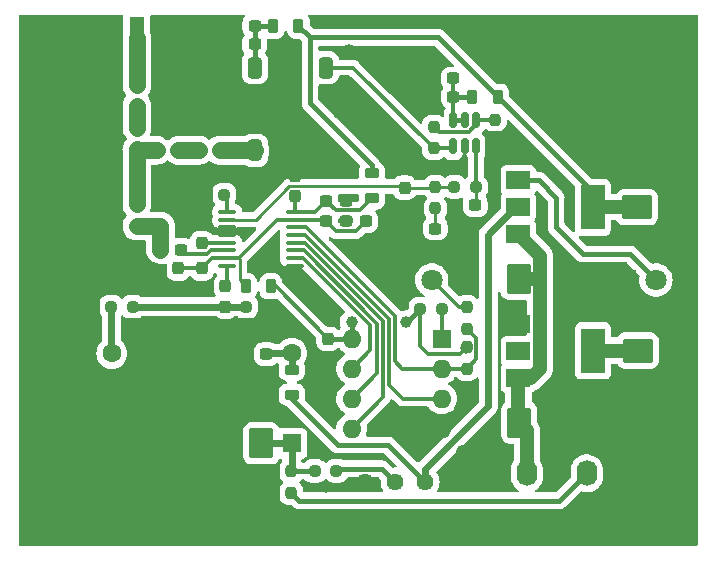
<source format=gbr>
%TF.GenerationSoftware,KiCad,Pcbnew,7.0.6-0*%
%TF.CreationDate,2023-12-30T17:32:03-06:00*%
%TF.ProjectId,LO_PLL,4c4f5f50-4c4c-42e6-9b69-6361645f7063,rev?*%
%TF.SameCoordinates,Original*%
%TF.FileFunction,Copper,L1,Top*%
%TF.FilePolarity,Positive*%
%FSLAX46Y46*%
G04 Gerber Fmt 4.6, Leading zero omitted, Abs format (unit mm)*
G04 Created by KiCad (PCBNEW 7.0.6-0) date 2023-12-30 17:32:03*
%MOMM*%
%LPD*%
G01*
G04 APERTURE LIST*
G04 Aperture macros list*
%AMRoundRect*
0 Rectangle with rounded corners*
0 $1 Rounding radius*
0 $2 $3 $4 $5 $6 $7 $8 $9 X,Y pos of 4 corners*
0 Add a 4 corners polygon primitive as box body*
4,1,4,$2,$3,$4,$5,$6,$7,$8,$9,$2,$3,0*
0 Add four circle primitives for the rounded corners*
1,1,$1+$1,$2,$3*
1,1,$1+$1,$4,$5*
1,1,$1+$1,$6,$7*
1,1,$1+$1,$8,$9*
0 Add four rect primitives between the rounded corners*
20,1,$1+$1,$2,$3,$4,$5,0*
20,1,$1+$1,$4,$5,$6,$7,0*
20,1,$1+$1,$6,$7,$8,$9,0*
20,1,$1+$1,$8,$9,$2,$3,0*%
G04 Aperture macros list end*
%TA.AperFunction,SMDPad,CuDef*%
%ADD10RoundRect,0.237500X0.237500X-0.300000X0.237500X0.300000X-0.237500X0.300000X-0.237500X-0.300000X0*%
%TD*%
%TA.AperFunction,SMDPad,CuDef*%
%ADD11RoundRect,0.250000X-1.025000X0.787500X-1.025000X-0.787500X1.025000X-0.787500X1.025000X0.787500X0*%
%TD*%
%TA.AperFunction,SMDPad,CuDef*%
%ADD12RoundRect,0.237500X-0.237500X0.250000X-0.237500X-0.250000X0.237500X-0.250000X0.237500X0.250000X0*%
%TD*%
%TA.AperFunction,SMDPad,CuDef*%
%ADD13RoundRect,0.237500X-0.300000X-0.237500X0.300000X-0.237500X0.300000X0.237500X-0.300000X0.237500X0*%
%TD*%
%TA.AperFunction,SMDPad,CuDef*%
%ADD14RoundRect,0.237500X0.237500X-0.250000X0.237500X0.250000X-0.237500X0.250000X-0.237500X-0.250000X0*%
%TD*%
%TA.AperFunction,SMDPad,CuDef*%
%ADD15R,2.000000X1.500000*%
%TD*%
%TA.AperFunction,SMDPad,CuDef*%
%ADD16R,2.000000X3.800000*%
%TD*%
%TA.AperFunction,SMDPad,CuDef*%
%ADD17RoundRect,0.250000X0.787500X1.025000X-0.787500X1.025000X-0.787500X-1.025000X0.787500X-1.025000X0*%
%TD*%
%TA.AperFunction,SMDPad,CuDef*%
%ADD18RoundRect,0.237500X-0.237500X0.300000X-0.237500X-0.300000X0.237500X-0.300000X0.237500X0.300000X0*%
%TD*%
%TA.AperFunction,SMDPad,CuDef*%
%ADD19RoundRect,0.237500X0.300000X0.237500X-0.300000X0.237500X-0.300000X-0.237500X0.300000X-0.237500X0*%
%TD*%
%TA.AperFunction,SMDPad,CuDef*%
%ADD20RoundRect,0.237500X0.250000X0.237500X-0.250000X0.237500X-0.250000X-0.237500X0.250000X-0.237500X0*%
%TD*%
%TA.AperFunction,SMDPad,CuDef*%
%ADD21RoundRect,0.237500X-0.250000X-0.237500X0.250000X-0.237500X0.250000X0.237500X-0.250000X0.237500X0*%
%TD*%
%TA.AperFunction,SMDPad,CuDef*%
%ADD22RoundRect,0.250000X-0.787500X-1.025000X0.787500X-1.025000X0.787500X1.025000X-0.787500X1.025000X0*%
%TD*%
%TA.AperFunction,SMDPad,CuDef*%
%ADD23RoundRect,0.218750X-0.381250X0.218750X-0.381250X-0.218750X0.381250X-0.218750X0.381250X0.218750X0*%
%TD*%
%TA.AperFunction,SMDPad,CuDef*%
%ADD24RoundRect,0.218750X0.218750X0.381250X-0.218750X0.381250X-0.218750X-0.381250X0.218750X-0.381250X0*%
%TD*%
%TA.AperFunction,SMDPad,CuDef*%
%ADD25RoundRect,0.218750X-0.218750X-0.381250X0.218750X-0.381250X0.218750X0.381250X-0.218750X0.381250X0*%
%TD*%
%TA.AperFunction,SMDPad,CuDef*%
%ADD26RoundRect,0.100000X-0.637500X-0.100000X0.637500X-0.100000X0.637500X0.100000X-0.637500X0.100000X0*%
%TD*%
%TA.AperFunction,SMDPad,CuDef*%
%ADD27RoundRect,0.150000X0.150000X-0.512500X0.150000X0.512500X-0.150000X0.512500X-0.150000X-0.512500X0*%
%TD*%
%TA.AperFunction,SMDPad,CuDef*%
%ADD28R,1.270000X3.600000*%
%TD*%
%TA.AperFunction,SMDPad,CuDef*%
%ADD29R,1.350000X4.200000*%
%TD*%
%TA.AperFunction,SMDPad,CuDef*%
%ADD30RoundRect,0.250000X1.025000X-0.787500X1.025000X0.787500X-1.025000X0.787500X-1.025000X-0.787500X0*%
%TD*%
%TA.AperFunction,SMDPad,CuDef*%
%ADD31RoundRect,0.300000X0.300000X0.600000X-0.300000X0.600000X-0.300000X-0.600000X0.300000X-0.600000X0*%
%TD*%
%TA.AperFunction,SMDPad,CuDef*%
%ADD32RoundRect,0.475000X-0.475000X0.525000X-0.475000X-0.525000X0.475000X-0.525000X0.475000X0.525000X0*%
%TD*%
%TA.AperFunction,SMDPad,CuDef*%
%ADD33RoundRect,0.400000X-0.550000X0.400000X-0.550000X-0.400000X0.550000X-0.400000X0.550000X0.400000X0*%
%TD*%
%TA.AperFunction,SMDPad,CuDef*%
%ADD34RoundRect,0.218750X0.381250X-0.218750X0.381250X0.218750X-0.381250X0.218750X-0.381250X-0.218750X0*%
%TD*%
%TA.AperFunction,ComponentPad*%
%ADD35R,1.800000X1.800000*%
%TD*%
%TA.AperFunction,ComponentPad*%
%ADD36C,1.800000*%
%TD*%
%TA.AperFunction,ComponentPad*%
%ADD37R,1.600000X1.600000*%
%TD*%
%TA.AperFunction,ComponentPad*%
%ADD38C,1.600000*%
%TD*%
%TA.AperFunction,ComponentPad*%
%ADD39RoundRect,0.250000X-0.620000X-0.845000X0.620000X-0.845000X0.620000X0.845000X-0.620000X0.845000X0*%
%TD*%
%TA.AperFunction,ComponentPad*%
%ADD40O,1.740000X2.190000*%
%TD*%
%TA.AperFunction,ComponentPad*%
%ADD41C,1.440000*%
%TD*%
%TA.AperFunction,ComponentPad*%
%ADD42O,1.600000X1.600000*%
%TD*%
%TA.AperFunction,ViaPad*%
%ADD43C,1.000000*%
%TD*%
%TA.AperFunction,ViaPad*%
%ADD44C,3.500000*%
%TD*%
%TA.AperFunction,Conductor*%
%ADD45C,0.600000*%
%TD*%
%TA.AperFunction,Conductor*%
%ADD46C,0.400000*%
%TD*%
%TA.AperFunction,Conductor*%
%ADD47C,1.200000*%
%TD*%
%TA.AperFunction,Conductor*%
%ADD48C,0.300000*%
%TD*%
%TA.AperFunction,Conductor*%
%ADD49C,0.250000*%
%TD*%
%TA.AperFunction,Conductor*%
%ADD50C,1.400000*%
%TD*%
G04 APERTURE END LIST*
D10*
%TO.P,C15,1*%
%TO.N,Net-(C15-Pad1)*%
X40100000Y-59012500D03*
%TO.P,C15,2*%
%TO.N,GND*%
X40100000Y-57287500D03*
%TD*%
D11*
%TO.P,C6,1*%
%TO.N,+3.3V*%
X77000000Y-68107500D03*
%TO.P,C6,2*%
%TO.N,GND*%
X77000000Y-74332500D03*
%TD*%
D12*
%TO.P,R6,1*%
%TO.N,+3.3V*%
X62520000Y-67837500D03*
%TO.P,R6,2*%
%TO.N,Net-(U4-Pad14)*%
X62520000Y-69662500D03*
%TD*%
D13*
%TO.P,C10,1*%
%TO.N,Net-(C10-Pad1)*%
X53990000Y-57150000D03*
%TO.P,C10,2*%
%TO.N,GND*%
X55715000Y-57150000D03*
%TD*%
D14*
%TO.P,R9,1*%
%TO.N,Net-(C18-Pad2)*%
X59880000Y-56075000D03*
%TO.P,R9,2*%
%TO.N,Net-(C17-Pad2)*%
X59880000Y-54250000D03*
%TD*%
%TO.P,R11,1*%
%TO.N,GND*%
X64930000Y-50370000D03*
%TO.P,R11,2*%
%TO.N,Net-(R11-Pad2)*%
X64930000Y-48545000D03*
%TD*%
D10*
%TO.P,C13,1*%
%TO.N,Net-(C13-Pad1)*%
X47962500Y-55050000D03*
%TO.P,C13,2*%
%TO.N,GND*%
X47962500Y-53325000D03*
%TD*%
D15*
%TO.P,U2,1,GND*%
%TO.N,GND*%
X66910000Y-65830000D03*
D16*
%TO.P,U2,2,VO*%
%TO.N,+3.3V*%
X73210000Y-68130000D03*
D15*
X66910000Y-68130000D03*
%TO.P,U2,3,VI*%
%TO.N,Net-(C2-Pad1)*%
X66910000Y-70430000D03*
%TD*%
D17*
%TO.P,C1,1*%
%TO.N,Net-(C1-Pad1)*%
X45150000Y-75960000D03*
%TO.P,C1,2*%
%TO.N,GND*%
X38925000Y-75960000D03*
%TD*%
D18*
%TO.P,C12,1*%
%TO.N,Net-(C10-Pad1)*%
X40100000Y-61150000D03*
%TO.P,C12,2*%
%TO.N,GND*%
X40100000Y-62875000D03*
%TD*%
D19*
%TO.P,C14,1*%
%TO.N,GND*%
X52350000Y-55400000D03*
%TO.P,C14,2*%
%TO.N,Net-(C13-Pad1)*%
X50625000Y-55400000D03*
%TD*%
%TO.P,C16,1*%
%TO.N,Net-(C16-Pad1)*%
X38325000Y-59562500D03*
%TO.P,C16,2*%
%TO.N,Net-(C16-Pad2)*%
X36600000Y-59562500D03*
%TD*%
D10*
%TO.P,C25,1*%
%TO.N,Net-(C25-Pad1)*%
X34600000Y-47375000D03*
%TO.P,C25,2*%
%TO.N,Net-(C25-Pad2)*%
X34600000Y-45650000D03*
%TD*%
D20*
%TO.P,R13,1*%
%TO.N,Net-(C24-Pad2)*%
X38100000Y-51150000D03*
%TO.P,R13,2*%
%TO.N,Net-(R13-Pad2)*%
X36275000Y-51150000D03*
%TD*%
D21*
%TO.P,R16,1*%
%TO.N,+3.3V*%
X58605000Y-64580000D03*
%TO.P,R16,2*%
%TO.N,Net-(U1-Pad1)*%
X60430000Y-64580000D03*
%TD*%
D22*
%TO.P,C2,1*%
%TO.N,Net-(C2-Pad1)*%
X66957500Y-74200000D03*
%TO.P,C2,2*%
%TO.N,GND*%
X73182500Y-74200000D03*
%TD*%
D13*
%TO.P,C5,1*%
%TO.N,GND*%
X43850000Y-68400000D03*
%TO.P,C5,2*%
%TO.N,Net-(C5-Pad2)*%
X45575000Y-68400000D03*
%TD*%
%TO.P,C20,1*%
%TO.N,GND*%
X59685000Y-46610000D03*
%TO.P,C20,2*%
%TO.N,Net-(C20-Pad2)*%
X61410000Y-46610000D03*
%TD*%
D20*
%TO.P,R7,1*%
%TO.N,Net-(R7-Pad1)*%
X42012500Y-54900000D03*
%TO.P,R7,2*%
%TO.N,GND*%
X40187500Y-54900000D03*
%TD*%
D12*
%TO.P,R5,1*%
%TO.N,Net-(D2-Pad2)*%
X62520000Y-64425000D03*
%TO.P,R5,2*%
%TO.N,Net-(U4-Pad14)*%
X62520000Y-66250000D03*
%TD*%
D13*
%TO.P,C21,1*%
%TO.N,GND*%
X59680000Y-45070000D03*
%TO.P,C21,2*%
%TO.N,Net-(C20-Pad2)*%
X61405000Y-45070000D03*
%TD*%
%TO.P,C23,1*%
%TO.N,GND*%
X42860000Y-40600000D03*
%TO.P,C23,2*%
%TO.N,Net-(C22-Pad1)*%
X44585000Y-40600000D03*
%TD*%
D23*
%TO.P,FB1,1*%
%TO.N,Net-(C5-Pad2)*%
X47720000Y-69717500D03*
%TO.P,FB1,2*%
%TO.N,+5V*%
X47720000Y-71842500D03*
%TD*%
D13*
%TO.P,C18,1*%
%TO.N,GND*%
X58142500Y-57775000D03*
%TO.P,C18,2*%
%TO.N,Net-(C18-Pad2)*%
X59867500Y-57775000D03*
%TD*%
D14*
%TO.P,R15,1*%
%TO.N,Net-(C16-Pad2)*%
X34600000Y-57562500D03*
%TO.P,R15,2*%
%TO.N,Net-(R13-Pad2)*%
X34600000Y-55737500D03*
%TD*%
D24*
%TO.P,FB4,1*%
%TO.N,+5V*%
X65142500Y-46610000D03*
%TO.P,FB4,2*%
%TO.N,Net-(C20-Pad2)*%
X63017500Y-46610000D03*
%TD*%
D14*
%TO.P,R14,1*%
%TO.N,Net-(R13-Pad2)*%
X34600000Y-51062500D03*
%TO.P,R14,2*%
%TO.N,Net-(C25-Pad1)*%
X34600000Y-49237500D03*
%TD*%
D21*
%TO.P,R10,1*%
%TO.N,Net-(C17-Pad2)*%
X61480000Y-54250000D03*
%TO.P,R10,2*%
%TO.N,Net-(C19-Pad2)*%
X63305000Y-54250000D03*
%TD*%
D25*
%TO.P,FB5,1*%
%TO.N,Net-(C22-Pad1)*%
X46160000Y-40600000D03*
%TO.P,FB5,2*%
%TO.N,+5V*%
X48285000Y-40600000D03*
%TD*%
D26*
%TO.P,U4,1,R_{SET}*%
%TO.N,Net-(R7-Pad1)*%
X42237500Y-56375000D03*
%TO.P,U4,2,CP*%
%TO.N,Net-(C17-Pad2)*%
X42237500Y-57025000D03*
%TO.P,U4,3,CPGND*%
%TO.N,GND*%
X42237500Y-57675000D03*
%TO.P,U4,4,AGND*%
X42237500Y-58325000D03*
%TO.P,U4,5,RF_{IN}B*%
%TO.N,Net-(C15-Pad1)*%
X42237500Y-58975000D03*
%TO.P,U4,6,RF_{IN}A*%
%TO.N,Net-(C16-Pad1)*%
X42237500Y-59625000D03*
%TO.P,U4,7,AV_{DD}*%
%TO.N,Net-(C10-Pad1)*%
X42237500Y-60275000D03*
%TO.P,U4,8,REF_{IN}*%
%TO.N,Net-(C8-Pad1)*%
X42237500Y-60925000D03*
%TO.P,U4,9,DGND*%
%TO.N,GND*%
X47962500Y-60925000D03*
%TO.P,U4,10,CE*%
%TO.N,Net-(U4-Pad10)*%
X47962500Y-60275000D03*
%TO.P,U4,11,CLK*%
%TO.N,Net-(U4-Pad11)*%
X47962500Y-59625000D03*
%TO.P,U4,12,DATA*%
%TO.N,Net-(U4-Pad12)*%
X47962500Y-58975000D03*
%TO.P,U4,13,LE*%
%TO.N,Net-(U4-Pad13)*%
X47962500Y-58325000D03*
%TO.P,U4,14,MUX_OUT*%
%TO.N,Net-(U4-Pad14)*%
X47962500Y-57675000D03*
%TO.P,U4,15,DV_{DD}*%
%TO.N,Net-(C10-Pad1)*%
X47962500Y-57025000D03*
%TO.P,U4,16,VP*%
%TO.N,Net-(C13-Pad1)*%
X47962500Y-56375000D03*
%TD*%
D27*
%TO.P,U5,1*%
%TO.N,Net-(R12-Pad2)*%
X61400000Y-50820000D03*
%TO.P,U5,2,V-*%
%TO.N,GND*%
X62350000Y-50820000D03*
%TO.P,U5,3,+*%
%TO.N,Net-(C19-Pad2)*%
X63300000Y-50820000D03*
%TO.P,U5,4,-*%
%TO.N,Net-(R11-Pad2)*%
X63300000Y-48545000D03*
%TO.P,U5,5,~{PD}*%
%TO.N,Net-(C20-Pad2)*%
X62350000Y-48545000D03*
%TO.P,U5,6,V+*%
X61400000Y-48545000D03*
%TD*%
D20*
%TO.P,R4,1*%
%TO.N,GND*%
X45675000Y-64400000D03*
%TO.P,R4,2*%
%TO.N,Net-(C8-Pad2)*%
X43850000Y-64400000D03*
%TD*%
D19*
%TO.P,C9,1*%
%TO.N,GND*%
X52325000Y-57150000D03*
%TO.P,C9,2*%
%TO.N,Net-(C10-Pad1)*%
X50600000Y-57150000D03*
%TD*%
D20*
%TO.P,R3,1*%
%TO.N,Net-(C8-Pad2)*%
X34262500Y-64400000D03*
%TO.P,R3,2*%
%TO.N,Net-(R3-Pad2)*%
X32437500Y-64400000D03*
%TD*%
D19*
%TO.P,C22,1*%
%TO.N,Net-(C22-Pad1)*%
X44582500Y-42180000D03*
%TO.P,C22,2*%
%TO.N,GND*%
X42857500Y-42180000D03*
%TD*%
D15*
%TO.P,U3,1,GND*%
%TO.N,Net-(D1-Pad2)*%
X66900000Y-53670000D03*
%TO.P,U3,2,VO*%
%TO.N,+5V*%
X66900000Y-55970000D03*
D16*
X73200000Y-55970000D03*
D15*
%TO.P,U3,3,VI*%
%TO.N,Net-(C2-Pad1)*%
X66900000Y-58270000D03*
%TD*%
D13*
%TO.P,C19,1*%
%TO.N,GND*%
X61525000Y-55790000D03*
%TO.P,C19,2*%
%TO.N,Net-(C19-Pad2)*%
X63250000Y-55790000D03*
%TD*%
D28*
%TO.P,J2,1,In*%
%TO.N,Net-(C25-Pad2)*%
X34600000Y-41612500D03*
D29*
%TO.P,J2,2,Ext*%
%TO.N,GND*%
X37425000Y-41812500D03*
X31775000Y-41812500D03*
%TD*%
D10*
%TO.P,C17,1*%
%TO.N,GND*%
X57280000Y-56050000D03*
%TO.P,C17,2*%
%TO.N,Net-(C17-Pad2)*%
X57280000Y-54325000D03*
%TD*%
%TO.P,C11,1*%
%TO.N,GND*%
X38100000Y-62875000D03*
%TO.P,C11,2*%
%TO.N,Net-(C10-Pad1)*%
X38100000Y-61150000D03*
%TD*%
D30*
%TO.P,C7,1*%
%TO.N,+5V*%
X76950000Y-55970000D03*
%TO.P,C7,2*%
%TO.N,GND*%
X76950000Y-49745000D03*
%TD*%
D20*
%TO.P,R1,1*%
%TO.N,Net-(R1-Pad1)*%
X51492500Y-78300000D03*
%TO.P,R1,2*%
%TO.N,Net-(C1-Pad1)*%
X49667500Y-78300000D03*
%TD*%
D18*
%TO.P,C8,1*%
%TO.N,Net-(C8-Pad1)*%
X42100000Y-62650000D03*
%TO.P,C8,2*%
%TO.N,Net-(C8-Pad2)*%
X42100000Y-64375000D03*
%TD*%
D12*
%TO.P,R12,1*%
%TO.N,Net-(R11-Pad2)*%
X59760000Y-49167500D03*
%TO.P,R12,2*%
%TO.N,Net-(R12-Pad2)*%
X59760000Y-50992500D03*
%TD*%
D22*
%TO.P,C3,1*%
%TO.N,Net-(C2-Pad1)*%
X66935000Y-62040000D03*
%TO.P,C3,2*%
%TO.N,GND*%
X73160000Y-62040000D03*
%TD*%
D14*
%TO.P,R2,1*%
%TO.N,/Vtune*%
X47670000Y-80162500D03*
%TO.P,R2,2*%
%TO.N,Net-(C1-Pad1)*%
X47670000Y-78337500D03*
%TD*%
D19*
%TO.P,C24,1*%
%TO.N,Net-(C24-Pad1)*%
X41600000Y-51150000D03*
%TO.P,C24,2*%
%TO.N,Net-(C24-Pad2)*%
X39875000Y-51150000D03*
%TD*%
D31*
%TO.P,U6,1,VT*%
%TO.N,Net-(R12-Pad2)*%
X50600000Y-44150000D03*
D32*
%TO.P,U6,2,GND*%
%TO.N,GND*%
X47600000Y-44150000D03*
D31*
%TO.P,U6,3,VCC*%
%TO.N,Net-(C22-Pad1)*%
X44600000Y-44150000D03*
D33*
%TO.P,U6,4,GND*%
%TO.N,GND*%
X43100000Y-47650000D03*
D31*
%TO.P,U6,5,RF_{OUT}*%
%TO.N,Net-(C24-Pad1)*%
X44600000Y-51150000D03*
D32*
%TO.P,U6,6,GND*%
%TO.N,GND*%
X47600000Y-51150000D03*
D31*
%TO.P,U6,7,GND*%
X50600000Y-51150000D03*
D33*
%TO.P,U6,8,GND*%
X52100000Y-47650000D03*
%TD*%
D21*
%TO.P,R8,1*%
%TO.N,Net-(C16-Pad2)*%
X36600000Y-57562500D03*
%TO.P,R8,2*%
%TO.N,GND*%
X38425000Y-57562500D03*
%TD*%
D34*
%TO.P,FB3,1*%
%TO.N,Net-(C13-Pad1)*%
X54510000Y-55222500D03*
%TO.P,FB3,2*%
%TO.N,+5V*%
X54510000Y-53097500D03*
%TD*%
D25*
%TO.P,FB2,1*%
%TO.N,Net-(C10-Pad1)*%
X43815000Y-62670000D03*
%TO.P,FB2,2*%
%TO.N,+3.3V*%
X45940000Y-62670000D03*
%TD*%
D18*
%TO.P,C4,1*%
%TO.N,GND*%
X50790000Y-65390000D03*
%TO.P,C4,2*%
%TO.N,+3.3V*%
X50790000Y-67115000D03*
%TD*%
D35*
%TO.P,D2,1,K*%
%TO.N,GND*%
X57030000Y-62120000D03*
D36*
%TO.P,D2,2,A*%
%TO.N,Net-(D2-Pad2)*%
X59570000Y-62120000D03*
%TD*%
D37*
%TO.P,X1,1,Vcontrol*%
%TO.N,Net-(C1-Pad1)*%
X47720000Y-75960000D03*
D38*
%TO.P,X1,7,GND*%
%TO.N,GND*%
X32480000Y-75960000D03*
%TO.P,X1,8,OUT*%
%TO.N,Net-(R3-Pad2)*%
X32480000Y-68340000D03*
%TO.P,X1,14,Vcc*%
%TO.N,Net-(C5-Pad2)*%
X47720000Y-68340000D03*
%TD*%
D39*
%TO.P,J1,1,Pin_1*%
%TO.N,GND*%
X65080000Y-78500000D03*
D40*
%TO.P,J1,2,Pin_2*%
%TO.N,Net-(C2-Pad1)*%
X67620000Y-78500000D03*
%TO.P,J1,3,Pin_3*%
%TO.N,GND*%
X70160000Y-78500000D03*
%TO.P,J1,4,Pin_4*%
%TO.N,/Vtune*%
X72700000Y-78500000D03*
%TD*%
D41*
%TO.P,RV1,1,1*%
%TO.N,+5V*%
X59010000Y-79230000D03*
%TO.P,RV1,2,2*%
%TO.N,Net-(R1-Pad1)*%
X56470000Y-79230000D03*
%TO.P,RV1,3,3*%
%TO.N,GND*%
X53930000Y-79230000D03*
%TD*%
D37*
%TO.P,U1,1,~{RESET}/PB5*%
%TO.N,Net-(U1-Pad1)*%
X60410000Y-67100000D03*
D42*
%TO.P,U1,2,XTAL1/PB3*%
%TO.N,Net-(U4-Pad14)*%
X60410000Y-69640000D03*
%TO.P,U1,3,XTAL2/PB4*%
%TO.N,Net-(U4-Pad13)*%
X60410000Y-72180000D03*
%TO.P,U1,4,GND*%
%TO.N,GND*%
X60410000Y-74720000D03*
%TO.P,U1,5,AREF/PB0*%
%TO.N,Net-(U4-Pad12)*%
X52790000Y-74720000D03*
%TO.P,U1,6,PB1*%
%TO.N,Net-(U4-Pad11)*%
X52790000Y-72180000D03*
%TO.P,U1,7,PB2*%
%TO.N,Net-(U4-Pad10)*%
X52790000Y-69640000D03*
%TO.P,U1,8,VCC*%
%TO.N,+3.3V*%
X52790000Y-67100000D03*
%TD*%
D35*
%TO.P,D1,1,K*%
%TO.N,GND*%
X76010000Y-62120000D03*
D36*
%TO.P,D1,2,A*%
%TO.N,Net-(D1-Pad2)*%
X78550000Y-62120000D03*
%TD*%
D43*
%TO.N,GND*%
X32100000Y-49150000D03*
X77100000Y-74150000D03*
X32100000Y-56650000D03*
X36600000Y-49150000D03*
D44*
X27100000Y-82150000D03*
D43*
X73100000Y-74150000D03*
X63600000Y-41650000D03*
D44*
X27100000Y-42150000D03*
D43*
X36600000Y-53150000D03*
X56600000Y-58150000D03*
X37600000Y-41650000D03*
X64600000Y-74650000D03*
X41600000Y-44650000D03*
X59600000Y-43650000D03*
X34600000Y-59650000D03*
D44*
X79600000Y-82150000D03*
D43*
X73100000Y-62150000D03*
X32100000Y-46150000D03*
X32100000Y-53150000D03*
D44*
X79600000Y-42150000D03*
D43*
X54100000Y-47150000D03*
X57600000Y-82650000D03*
X48100000Y-48150000D03*
X52350000Y-57100000D03*
X63100000Y-82650000D03*
X36600000Y-46150000D03*
X52100000Y-52650000D03*
X77100000Y-49650000D03*
X62600000Y-59150000D03*
X39100000Y-56150000D03*
X47100000Y-65650000D03*
X31600000Y-41650000D03*
X36600000Y-62650000D03*
X45100000Y-61150000D03*
X61600000Y-52650000D03*
X39100000Y-76150000D03*
X40600000Y-53150000D03*
X47100000Y-42150000D03*
X48100000Y-62150000D03*
X52600000Y-42650000D03*
X56100000Y-73150000D03*
X62100000Y-76650000D03*
X49600000Y-52650000D03*
X40600000Y-49150000D03*
X50600000Y-73150000D03*
X61600000Y-57150000D03*
X44100000Y-55650000D03*
X58600000Y-76150000D03*
X34600000Y-66150000D03*
X58100000Y-52650000D03*
X54600000Y-61150000D03*
X36600000Y-55650000D03*
X50600000Y-79650000D03*
X62600000Y-71650000D03*
X54100000Y-50150000D03*
X51600000Y-82650000D03*
X30600000Y-66150000D03*
X52600000Y-59150000D03*
X57100000Y-50150000D03*
X69100000Y-82650000D03*
X61600000Y-78650000D03*
X39100000Y-62650000D03*
X52600000Y-45650000D03*
X62600000Y-62650000D03*
X44600000Y-53150000D03*
X58100000Y-47650000D03*
X52300000Y-55350000D03*
X44600000Y-49150000D03*
%TO.N,+3.3V*%
X66910000Y-68130000D03*
X52780000Y-65690000D03*
X62495500Y-67880000D03*
X57370000Y-65710000D03*
%TD*%
D45*
%TO.N,Net-(C1-Pad1)*%
X47720000Y-78287500D02*
X47670000Y-78337500D01*
X47720000Y-75960000D02*
X47720000Y-78287500D01*
D46*
X47707500Y-78300000D02*
X47670000Y-78337500D01*
X49667500Y-78300000D02*
X47707500Y-78300000D01*
D45*
X47720000Y-75960000D02*
X45150000Y-75960000D01*
D47*
%TO.N,Net-(C2-Pad1)*%
X66910000Y-74152500D02*
X66957500Y-74200000D01*
X66935000Y-62040000D02*
X68660000Y-62040000D01*
X66910000Y-70430000D02*
X66910000Y-74152500D01*
X67960000Y-70430000D02*
X66910000Y-70430000D01*
X68660000Y-62040000D02*
X68710000Y-62090000D01*
X67620000Y-78500000D02*
X67620000Y-74862500D01*
X68710000Y-60080000D02*
X68710000Y-62090000D01*
X68710000Y-62090000D02*
X68710000Y-69680000D01*
X67620000Y-74862500D02*
X66957500Y-74200000D01*
X68710000Y-69680000D02*
X67960000Y-70430000D01*
X66900000Y-58270000D02*
X68710000Y-60080000D01*
D46*
%TO.N,+3.3V*%
X57475000Y-65710000D02*
X58605000Y-64580000D01*
D48*
X46345000Y-62670000D02*
X50790000Y-67115000D01*
X59280000Y-68370000D02*
X61987500Y-68370000D01*
X58605000Y-64580000D02*
X58605000Y-67695000D01*
D46*
X52790000Y-67100000D02*
X52790000Y-65700000D01*
X50805000Y-67100000D02*
X50790000Y-67115000D01*
D48*
X58605000Y-67695000D02*
X59280000Y-68370000D01*
X61987500Y-68370000D02*
X62520000Y-67837500D01*
D47*
X73232500Y-68107500D02*
X73210000Y-68130000D01*
D46*
X52790000Y-65700000D02*
X52780000Y-65690000D01*
D47*
X77000000Y-68107500D02*
X73232500Y-68107500D01*
D46*
X52790000Y-67100000D02*
X50805000Y-67100000D01*
D48*
X62520000Y-67837500D02*
X62520000Y-67855500D01*
X45940000Y-62670000D02*
X46345000Y-62670000D01*
X62520000Y-67855500D02*
X62495500Y-67880000D01*
D46*
X57370000Y-65710000D02*
X57475000Y-65710000D01*
D45*
%TO.N,Net-(C5-Pad2)*%
X47720000Y-68340000D02*
X47720000Y-69717500D01*
X45635000Y-68340000D02*
X45575000Y-68400000D01*
X47720000Y-68340000D02*
X45635000Y-68340000D01*
%TO.N,+5V*%
X64340000Y-72830000D02*
X59010000Y-78160000D01*
D46*
X47720000Y-72210000D02*
X47720000Y-71842500D01*
X48285000Y-40600000D02*
X49270000Y-41585000D01*
X54510000Y-52420000D02*
X54510000Y-53097500D01*
D45*
X64340000Y-58280000D02*
X64340000Y-72830000D01*
X66650000Y-55970000D02*
X64340000Y-58280000D01*
D46*
X73200000Y-54667500D02*
X73200000Y-55970000D01*
X49270000Y-41585000D02*
X49270000Y-47180000D01*
D45*
X66900000Y-55970000D02*
X66650000Y-55970000D01*
D46*
X60117500Y-41585000D02*
X65142500Y-46610000D01*
X65142500Y-46610000D02*
X73200000Y-54667500D01*
D47*
X76950000Y-55970000D02*
X73200000Y-55970000D01*
D46*
X59010000Y-79230000D02*
X55880000Y-76100000D01*
X51610000Y-76100000D02*
X47720000Y-72210000D01*
X49270000Y-47180000D02*
X54510000Y-52420000D01*
X49270000Y-41585000D02*
X60117500Y-41585000D01*
X55880000Y-76100000D02*
X51610000Y-76100000D01*
D45*
X59010000Y-78160000D02*
X59010000Y-79230000D01*
D48*
%TO.N,Net-(C8-Pad1)*%
X42237500Y-62512500D02*
X42100000Y-62650000D01*
X42237500Y-60925000D02*
X42237500Y-62512500D01*
D45*
%TO.N,Net-(C8-Pad2)*%
X42100000Y-64375000D02*
X43825000Y-64375000D01*
X34287500Y-64375000D02*
X34262500Y-64400000D01*
X43825000Y-64375000D02*
X43850000Y-64400000D01*
X42100000Y-64375000D02*
X34287500Y-64375000D01*
D48*
%TO.N,Net-(C10-Pad1)*%
X46475000Y-57025000D02*
X43225000Y-60275000D01*
X40100000Y-61150000D02*
X38100000Y-61150000D01*
X50475000Y-57025000D02*
X50600000Y-57150000D01*
X40975000Y-60275000D02*
X40100000Y-61150000D01*
X53165000Y-57975000D02*
X53990000Y-57150000D01*
X50600000Y-57150000D02*
X51425000Y-57975000D01*
X43225000Y-60275000D02*
X42237500Y-60275000D01*
X47962500Y-57025000D02*
X50475000Y-57025000D01*
X47962500Y-57025000D02*
X46475000Y-57025000D01*
D49*
X43300000Y-62155000D02*
X43300000Y-60350000D01*
D48*
X51425000Y-57975000D02*
X53165000Y-57975000D01*
D49*
X43815000Y-62670000D02*
X43300000Y-62155000D01*
D48*
X42237500Y-60275000D02*
X40975000Y-60275000D01*
D49*
X43300000Y-60350000D02*
X43225000Y-60275000D01*
D48*
%TO.N,Net-(C13-Pad1)*%
X53507500Y-56225000D02*
X54510000Y-55222500D01*
X51450000Y-56225000D02*
X53507500Y-56225000D01*
X47962500Y-56375000D02*
X49650000Y-56375000D01*
X49650000Y-56375000D02*
X50625000Y-55400000D01*
X47962500Y-56375000D02*
X47962500Y-55050000D01*
X50625000Y-55400000D02*
X51450000Y-56225000D01*
%TO.N,Net-(C15-Pad1)*%
X40137500Y-58975000D02*
X40100000Y-59012500D01*
X42237500Y-58975000D02*
X40137500Y-58975000D01*
%TO.N,Net-(C16-Pad1)*%
X40580850Y-59900000D02*
X38662500Y-59900000D01*
X38662500Y-59900000D02*
X38325000Y-59562500D01*
X40855850Y-59625000D02*
X40580850Y-59900000D01*
X42237500Y-59625000D02*
X40855850Y-59625000D01*
D50*
%TO.N,Net-(C16-Pad2)*%
X34600000Y-57562500D02*
X36600000Y-57562500D01*
X36600000Y-59562500D02*
X36600000Y-57562500D01*
D49*
%TO.N,Net-(C17-Pad2)*%
X59805000Y-54325000D02*
X59880000Y-54250000D01*
X59880000Y-54250000D02*
X61480000Y-54250000D01*
X57142500Y-54187500D02*
X57280000Y-54325000D01*
X44654505Y-57025000D02*
X47492005Y-54187500D01*
X47492005Y-54187500D02*
X57142500Y-54187500D01*
X42237500Y-57025000D02*
X44654505Y-57025000D01*
X57280000Y-54325000D02*
X59805000Y-54325000D01*
%TO.N,Net-(C18-Pad2)*%
X59880000Y-56075000D02*
X59880000Y-57762500D01*
X59880000Y-57762500D02*
X59867500Y-57775000D01*
%TO.N,Net-(C19-Pad2)*%
X63305000Y-54250000D02*
X63305000Y-55735000D01*
X63305000Y-55735000D02*
X63250000Y-55790000D01*
D48*
X63305000Y-54250000D02*
X63305000Y-50825000D01*
X63305000Y-50825000D02*
X63300000Y-50820000D01*
D46*
%TO.N,Net-(C20-Pad2)*%
X62350000Y-48545000D02*
X61400000Y-48545000D01*
D48*
X61410000Y-46610000D02*
X61410000Y-45075000D01*
X61400000Y-46620000D02*
X61410000Y-46610000D01*
D46*
X63017500Y-46610000D02*
X61410000Y-46610000D01*
D48*
X61410000Y-45075000D02*
X61405000Y-45070000D01*
X61400000Y-48545000D02*
X61400000Y-46620000D01*
D46*
%TO.N,Net-(C22-Pad1)*%
X44582500Y-42180000D02*
X44582500Y-40602500D01*
X44600000Y-42197500D02*
X44582500Y-42180000D01*
X44585000Y-40600000D02*
X46160000Y-40600000D01*
X44600000Y-44150000D02*
X44600000Y-42197500D01*
X44582500Y-40602500D02*
X44585000Y-40600000D01*
D50*
%TO.N,Net-(C24-Pad1)*%
X41600000Y-51150000D02*
X44600000Y-51150000D01*
%TO.N,Net-(C24-Pad2)*%
X38100000Y-51150000D02*
X39875000Y-51150000D01*
%TO.N,Net-(C25-Pad1)*%
X34600000Y-47375000D02*
X34600000Y-49237500D01*
%TO.N,Net-(C25-Pad2)*%
X34600000Y-41612500D02*
X34600000Y-45650000D01*
D46*
%TO.N,Net-(D1-Pad2)*%
X68620000Y-53670000D02*
X70100000Y-55150000D01*
X70100000Y-57650000D02*
X72370000Y-59920000D01*
X66900000Y-53670000D02*
X68620000Y-53670000D01*
X76350000Y-59920000D02*
X78550000Y-62120000D01*
X70100000Y-55150000D02*
X70100000Y-57650000D01*
X72370000Y-59920000D02*
X76350000Y-59920000D01*
D48*
%TO.N,Net-(D2-Pad2)*%
X61875000Y-64425000D02*
X59570000Y-62120000D01*
X62520000Y-64425000D02*
X61875000Y-64425000D01*
D46*
%TO.N,/Vtune*%
X72700000Y-78500000D02*
X70379267Y-80820733D01*
X48328233Y-80820733D02*
X47670000Y-80162500D01*
X70379267Y-80820733D02*
X48328233Y-80820733D01*
%TO.N,Net-(R1-Pad1)*%
X55350000Y-78110000D02*
X56470000Y-79230000D01*
X51492500Y-78300000D02*
X51682500Y-78110000D01*
X51682500Y-78110000D02*
X55350000Y-78110000D01*
D45*
%TO.N,Net-(R3-Pad2)*%
X32437500Y-68297500D02*
X32480000Y-68340000D01*
X32437500Y-64400000D02*
X32437500Y-68297500D01*
D48*
%TO.N,Net-(R7-Pad1)*%
X42237500Y-56375000D02*
X42237500Y-55125000D01*
X42237500Y-55125000D02*
X42012500Y-54900000D01*
%TO.N,Net-(R11-Pad2)*%
X60152500Y-49560000D02*
X59760000Y-49167500D01*
X62704607Y-49560000D02*
X60152500Y-49560000D01*
X63300000Y-48545000D02*
X63300000Y-48964607D01*
X63300000Y-48964607D02*
X62704607Y-49560000D01*
X64930000Y-48545000D02*
X63300000Y-48545000D01*
%TO.N,Net-(R12-Pad2)*%
X52917500Y-44150000D02*
X59760000Y-50992500D01*
X59760000Y-50992500D02*
X61227500Y-50992500D01*
X61227500Y-50992500D02*
X61400000Y-50820000D01*
X50600000Y-44150000D02*
X52917500Y-44150000D01*
D50*
%TO.N,Net-(R13-Pad2)*%
X34600000Y-55737500D02*
X34600000Y-51062500D01*
X36275000Y-51150000D02*
X34687500Y-51150000D01*
X34687500Y-51150000D02*
X34600000Y-51062500D01*
D48*
%TO.N,Net-(U1-Pad1)*%
X60410000Y-64600000D02*
X60430000Y-64580000D01*
X60410000Y-67100000D02*
X60410000Y-64600000D01*
%TO.N,Net-(U4-Pad14)*%
X56440000Y-65200179D02*
X56440000Y-69000000D01*
X57080000Y-69640000D02*
X60410000Y-69640000D01*
X47962500Y-57675000D02*
X48914820Y-57675000D01*
X63345000Y-67075000D02*
X63345000Y-68837500D01*
X56440000Y-69000000D02*
X57080000Y-69640000D01*
X62497500Y-69640000D02*
X62520000Y-69662500D01*
X63345000Y-68837500D02*
X62520000Y-69662500D01*
X48914820Y-57675000D02*
X56440000Y-65200179D01*
X60410000Y-69640000D02*
X62497500Y-69640000D01*
X62520000Y-66250000D02*
X63345000Y-67075000D01*
%TO.N,Net-(U4-Pad13)*%
X55940000Y-65407286D02*
X55940000Y-70990000D01*
X55940000Y-70990000D02*
X57130000Y-72180000D01*
X57130000Y-72180000D02*
X60410000Y-72180000D01*
X48857714Y-58325000D02*
X55940000Y-65407286D01*
X47962500Y-58325000D02*
X48857714Y-58325000D01*
%TO.N,Net-(U4-Pad12)*%
X55440000Y-65614392D02*
X55440000Y-72070000D01*
X48800608Y-58975000D02*
X55440000Y-65614392D01*
X55440000Y-72070000D02*
X52790000Y-74720000D01*
X47962500Y-58975000D02*
X48800608Y-58975000D01*
%TO.N,Net-(U4-Pad11)*%
X48743502Y-59625000D02*
X54940000Y-65821498D01*
X54940000Y-65821498D02*
X54940000Y-70030000D01*
X47962500Y-59625000D02*
X48743502Y-59625000D01*
X54940000Y-70030000D02*
X52790000Y-72180000D01*
%TO.N,Net-(U4-Pad10)*%
X54350000Y-65938604D02*
X54350000Y-68080000D01*
X48686396Y-60275000D02*
X54350000Y-65938604D01*
X47962500Y-60275000D02*
X48686396Y-60275000D01*
X54350000Y-68080000D02*
X52790000Y-69640000D01*
%TD*%
%TA.AperFunction,Conductor*%
%TO.N,GND*%
G36*
X33398621Y-39680502D02*
G01*
X33445114Y-39734158D01*
X33456500Y-39786500D01*
X33456499Y-41197132D01*
X33448466Y-41241403D01*
X33430340Y-41289700D01*
X33391499Y-41503729D01*
X33391499Y-45704269D01*
X33406115Y-45866659D01*
X33406117Y-45866670D01*
X33463984Y-46076344D01*
X33463989Y-46076358D01*
X33558368Y-46272339D01*
X33558372Y-46272345D01*
X33681024Y-46441163D01*
X33704882Y-46508031D01*
X33688801Y-46577182D01*
X33673975Y-46598123D01*
X33618347Y-46661794D01*
X33506784Y-46848519D01*
X33506779Y-46848529D01*
X33430340Y-47052199D01*
X33391499Y-47266229D01*
X33391500Y-49291769D01*
X33391499Y-49291769D01*
X33406115Y-49454159D01*
X33406117Y-49454170D01*
X33463984Y-49663844D01*
X33463989Y-49663858D01*
X33558368Y-49859839D01*
X33558373Y-49859847D01*
X33686234Y-50035833D01*
X33708920Y-50057523D01*
X33744335Y-50119056D01*
X33740861Y-50189967D01*
X33708147Y-50239646D01*
X33708195Y-50239690D01*
X33707923Y-50239986D01*
X33706872Y-50241584D01*
X33704387Y-50243856D01*
X33704372Y-50243871D01*
X33664422Y-50296337D01*
X33661743Y-50299620D01*
X33618352Y-50349288D01*
X33618345Y-50349297D01*
X33599185Y-50381364D01*
X33595227Y-50387217D01*
X33572597Y-50416941D01*
X33572595Y-50416943D01*
X33542653Y-50475707D01*
X33540602Y-50479417D01*
X33506778Y-50536031D01*
X33506776Y-50536035D01*
X33493651Y-50571006D01*
X33490801Y-50577474D01*
X33473838Y-50610766D01*
X33454869Y-50673933D01*
X33453514Y-50677951D01*
X33430342Y-50739692D01*
X33430340Y-50739700D01*
X33423672Y-50776445D01*
X33422022Y-50783317D01*
X33411276Y-50819104D01*
X33411276Y-50819106D01*
X33403889Y-50884661D01*
X33403273Y-50888856D01*
X33391500Y-50953730D01*
X33391500Y-50991090D01*
X33391104Y-50998148D01*
X33386921Y-51035272D01*
X33391357Y-51101080D01*
X33391500Y-51105319D01*
X33391500Y-55791776D01*
X33400826Y-55895393D01*
X33406115Y-55954159D01*
X33406117Y-55954170D01*
X33463984Y-56163844D01*
X33463989Y-56163858D01*
X33558368Y-56359839D01*
X33558373Y-56359847D01*
X33686234Y-56535833D01*
X33686234Y-56535834D01*
X33711860Y-56560334D01*
X33747275Y-56621867D01*
X33743801Y-56692779D01*
X33715860Y-56738480D01*
X33651338Y-56805964D01*
X33531501Y-56987510D01*
X33531499Y-56987515D01*
X33446000Y-57187546D01*
X33397596Y-57399621D01*
X33397596Y-57399623D01*
X33388793Y-57595659D01*
X33387837Y-57616938D01*
X33393888Y-57661610D01*
X33417037Y-57832507D01*
X33461749Y-57970112D01*
X33478732Y-58022382D01*
X33484261Y-58039396D01*
X33587337Y-58230944D01*
X33587341Y-58230951D01*
X33666267Y-58329920D01*
X33720623Y-58398080D01*
X33722973Y-58401026D01*
X33886790Y-58544150D01*
X34073519Y-58655715D01*
X34073526Y-58655718D01*
X34073532Y-58655722D01*
X34277195Y-58732158D01*
X34277197Y-58732158D01*
X34277199Y-58732159D01*
X34491230Y-58771000D01*
X34491233Y-58771000D01*
X35265500Y-58771000D01*
X35333621Y-58791002D01*
X35380114Y-58844658D01*
X35391500Y-58896999D01*
X35391500Y-59616776D01*
X35399381Y-59704336D01*
X35406115Y-59779159D01*
X35406117Y-59779170D01*
X35463984Y-59988844D01*
X35463989Y-59988858D01*
X35558368Y-60184839D01*
X35558373Y-60184847D01*
X35686234Y-60360833D01*
X35686235Y-60360834D01*
X35843464Y-60511161D01*
X36009489Y-60620753D01*
X36025015Y-60631001D01*
X36225043Y-60716498D01*
X36225044Y-60716498D01*
X36225046Y-60716499D01*
X36286554Y-60730537D01*
X36437123Y-60764904D01*
X36654438Y-60774663D01*
X36870004Y-60745463D01*
X36951565Y-60718961D01*
X37022530Y-60716934D01*
X37083328Y-60753596D01*
X37114654Y-60817308D01*
X37116500Y-60838795D01*
X37116500Y-61499712D01*
X37126937Y-61601880D01*
X37181791Y-61767420D01*
X37273342Y-61915846D01*
X37273347Y-61915852D01*
X37396647Y-62039152D01*
X37396653Y-62039157D01*
X37396654Y-62039158D01*
X37545080Y-62130709D01*
X37710619Y-62185562D01*
X37812787Y-62196000D01*
X38387212Y-62195999D01*
X38489381Y-62185562D01*
X38654920Y-62130709D01*
X38803346Y-62039158D01*
X38926658Y-61915846D01*
X38944220Y-61887374D01*
X38955953Y-61868353D01*
X39008739Y-61820875D01*
X39063193Y-61808500D01*
X39136807Y-61808500D01*
X39204928Y-61828502D01*
X39244047Y-61868353D01*
X39255780Y-61887374D01*
X39273342Y-61915846D01*
X39273344Y-61915848D01*
X39273347Y-61915852D01*
X39396647Y-62039152D01*
X39396653Y-62039157D01*
X39396654Y-62039158D01*
X39545080Y-62130709D01*
X39710619Y-62185562D01*
X39812787Y-62196000D01*
X40387212Y-62195999D01*
X40489381Y-62185562D01*
X40654920Y-62130709D01*
X40803346Y-62039158D01*
X40926658Y-61915846D01*
X41018209Y-61767420D01*
X41073062Y-61601881D01*
X41073062Y-61601874D01*
X41073920Y-61599287D01*
X41114333Y-61540916D01*
X41179889Y-61513659D01*
X41249775Y-61526172D01*
X41270230Y-61538957D01*
X41293122Y-61556523D01*
X41293123Y-61556523D01*
X41293124Y-61556524D01*
X41336587Y-61574526D01*
X41391868Y-61619074D01*
X41414289Y-61686437D01*
X41396731Y-61755228D01*
X41377465Y-61780030D01*
X41273342Y-61884153D01*
X41181791Y-62032580D01*
X41126937Y-62198122D01*
X41116500Y-62300278D01*
X41116500Y-62999712D01*
X41126937Y-63101880D01*
X41154916Y-63186315D01*
X41181791Y-63267420D01*
X41239322Y-63360692D01*
X41247749Y-63374353D01*
X41266486Y-63442832D01*
X41245227Y-63510571D01*
X41190720Y-63556063D01*
X41140508Y-63566500D01*
X35002986Y-63566500D01*
X34936839Y-63547740D01*
X34829920Y-63481791D01*
X34664381Y-63426938D01*
X34664379Y-63426937D01*
X34664377Y-63426937D01*
X34562221Y-63416500D01*
X33962787Y-63416500D01*
X33860619Y-63426937D01*
X33695079Y-63481791D01*
X33546653Y-63573342D01*
X33546647Y-63573347D01*
X33439095Y-63680900D01*
X33376783Y-63714926D01*
X33305968Y-63709861D01*
X33260905Y-63680900D01*
X33153352Y-63573347D01*
X33153346Y-63573342D01*
X33137450Y-63563537D01*
X33004920Y-63481791D01*
X32839381Y-63426938D01*
X32839379Y-63426937D01*
X32839377Y-63426937D01*
X32737221Y-63416500D01*
X32137787Y-63416500D01*
X32035619Y-63426937D01*
X31870079Y-63481791D01*
X31721653Y-63573342D01*
X31721647Y-63573347D01*
X31598347Y-63696647D01*
X31598342Y-63696653D01*
X31506791Y-63845080D01*
X31451937Y-64010622D01*
X31441500Y-64112778D01*
X31441500Y-64687212D01*
X31451937Y-64789380D01*
X31483877Y-64885768D01*
X31506791Y-64954920D01*
X31598342Y-65103346D01*
X31598343Y-65103347D01*
X31598345Y-65103350D01*
X31601837Y-65107767D01*
X31628396Y-65173609D01*
X31628998Y-65185913D01*
X31628999Y-67288311D01*
X31608997Y-67356432D01*
X31592095Y-67377406D01*
X31473801Y-67495700D01*
X31342477Y-67683250D01*
X31245717Y-67890753D01*
X31245715Y-67890759D01*
X31212490Y-68014756D01*
X31186457Y-68111913D01*
X31166502Y-68340000D01*
X31186457Y-68568087D01*
X31204066Y-68633804D01*
X31245715Y-68789240D01*
X31245717Y-68789246D01*
X31342477Y-68996749D01*
X31433122Y-69126204D01*
X31473802Y-69184300D01*
X31635700Y-69346198D01*
X31823251Y-69477523D01*
X32030757Y-69574284D01*
X32251913Y-69633543D01*
X32480000Y-69653498D01*
X32708087Y-69633543D01*
X32929243Y-69574284D01*
X33136749Y-69477523D01*
X33324300Y-69346198D01*
X33486198Y-69184300D01*
X33617523Y-68996749D01*
X33714284Y-68789243D01*
X33773543Y-68568087D01*
X33793498Y-68340000D01*
X33773543Y-68111913D01*
X33714284Y-67890757D01*
X33617523Y-67683251D01*
X33486198Y-67495700D01*
X33324300Y-67333802D01*
X33299726Y-67316595D01*
X33255399Y-67261138D01*
X33245999Y-67213383D01*
X33245999Y-66217493D01*
X33245999Y-65230190D01*
X33266001Y-65162073D01*
X33319657Y-65115580D01*
X33389931Y-65105476D01*
X33454511Y-65134970D01*
X33461094Y-65141099D01*
X33546647Y-65226652D01*
X33546653Y-65226657D01*
X33546654Y-65226658D01*
X33695080Y-65318209D01*
X33860619Y-65373062D01*
X33962787Y-65383500D01*
X34562212Y-65383499D01*
X34664381Y-65373062D01*
X34829920Y-65318209D01*
X34978346Y-65226658D01*
X34978352Y-65226652D01*
X34984600Y-65220405D01*
X35046912Y-65186379D01*
X35073695Y-65183500D01*
X41263806Y-65183500D01*
X41331927Y-65203502D01*
X41352896Y-65220400D01*
X41396654Y-65264158D01*
X41545080Y-65355709D01*
X41710619Y-65410562D01*
X41812787Y-65421000D01*
X42387212Y-65420999D01*
X42489381Y-65410562D01*
X42654920Y-65355709D01*
X42803346Y-65264158D01*
X42847100Y-65220403D01*
X42909410Y-65186380D01*
X42936194Y-65183500D01*
X43038805Y-65183500D01*
X43106926Y-65203502D01*
X43127900Y-65220405D01*
X43134147Y-65226652D01*
X43134153Y-65226657D01*
X43134154Y-65226658D01*
X43282580Y-65318209D01*
X43448119Y-65373062D01*
X43550287Y-65383500D01*
X44149712Y-65383499D01*
X44251881Y-65373062D01*
X44417420Y-65318209D01*
X44565846Y-65226658D01*
X44689158Y-65103346D01*
X44780709Y-64954920D01*
X44835562Y-64789381D01*
X44846000Y-64687213D01*
X44845999Y-64112788D01*
X44835562Y-64010619D01*
X44780709Y-63845080D01*
X44689158Y-63696654D01*
X44689157Y-63696653D01*
X44689152Y-63696647D01*
X44636503Y-63643998D01*
X44602477Y-63581686D01*
X44607542Y-63510871D01*
X44618352Y-63488764D01*
X44697349Y-63360692D01*
X44750824Y-63199314D01*
X44752152Y-63186311D01*
X44778971Y-63120579D01*
X44837073Y-63079778D01*
X44908010Y-63076867D01*
X44969260Y-63112769D01*
X45001376Y-63176086D01*
X45002846Y-63186308D01*
X45004174Y-63199305D01*
X45004174Y-63199307D01*
X45004175Y-63199312D01*
X45004176Y-63199314D01*
X45015846Y-63234531D01*
X45057651Y-63360692D01*
X45146900Y-63505387D01*
X45146905Y-63505393D01*
X45267106Y-63625594D01*
X45267112Y-63625599D01*
X45267113Y-63625600D01*
X45411808Y-63714849D01*
X45573186Y-63768324D01*
X45672789Y-63778500D01*
X46207210Y-63778499D01*
X46306814Y-63768324D01*
X46387205Y-63741685D01*
X46458161Y-63739244D01*
X46515934Y-63772194D01*
X49769595Y-67025854D01*
X49803621Y-67088166D01*
X49806500Y-67114949D01*
X49806500Y-67464712D01*
X49816937Y-67566880D01*
X49871791Y-67732420D01*
X49963342Y-67880846D01*
X49963347Y-67880852D01*
X50086647Y-68004152D01*
X50086653Y-68004157D01*
X50086654Y-68004158D01*
X50235080Y-68095709D01*
X50400619Y-68150562D01*
X50502787Y-68161000D01*
X51077212Y-68160999D01*
X51179381Y-68150562D01*
X51344920Y-68095709D01*
X51493346Y-68004158D01*
X51582654Y-67914849D01*
X51644964Y-67880826D01*
X51715780Y-67885890D01*
X51772616Y-67928436D01*
X51774959Y-67931672D01*
X51783798Y-67944295D01*
X51783802Y-67944300D01*
X51945700Y-68106198D01*
X52133251Y-68237523D01*
X52168359Y-68253894D01*
X52172457Y-68255805D01*
X52225742Y-68302722D01*
X52245203Y-68370999D01*
X52224661Y-68438959D01*
X52172457Y-68484195D01*
X52133250Y-68502477D01*
X51945703Y-68633799D01*
X51945697Y-68633804D01*
X51783804Y-68795697D01*
X51783799Y-68795703D01*
X51652477Y-68983250D01*
X51555717Y-69190753D01*
X51555715Y-69190759D01*
X51508049Y-69368652D01*
X51496457Y-69411913D01*
X51476502Y-69640000D01*
X51496457Y-69868087D01*
X51520633Y-69958311D01*
X51555715Y-70089240D01*
X51555717Y-70089246D01*
X51652477Y-70296749D01*
X51781413Y-70480889D01*
X51783802Y-70484300D01*
X51945700Y-70646198D01*
X52133251Y-70777523D01*
X52168359Y-70793894D01*
X52172457Y-70795805D01*
X52225742Y-70842722D01*
X52245203Y-70910999D01*
X52224661Y-70978959D01*
X52172457Y-71024195D01*
X52133250Y-71042477D01*
X51945703Y-71173799D01*
X51945697Y-71173804D01*
X51783804Y-71335697D01*
X51783799Y-71335703D01*
X51652477Y-71523250D01*
X51555717Y-71730753D01*
X51555715Y-71730759D01*
X51524816Y-71846076D01*
X51496457Y-71951913D01*
X51476502Y-72180000D01*
X51485597Y-72283962D01*
X51496457Y-72408086D01*
X51555715Y-72629240D01*
X51555717Y-72629246D01*
X51652477Y-72836749D01*
X51781196Y-73020579D01*
X51783802Y-73024300D01*
X51945700Y-73186198D01*
X52133251Y-73317523D01*
X52151411Y-73325991D01*
X52172457Y-73335805D01*
X52225742Y-73382722D01*
X52245203Y-73450999D01*
X52224661Y-73518959D01*
X52172457Y-73564195D01*
X52133250Y-73582477D01*
X51945703Y-73713799D01*
X51945697Y-73713804D01*
X51783804Y-73875697D01*
X51783799Y-73875703D01*
X51652477Y-74063250D01*
X51555717Y-74270753D01*
X51555715Y-74270759D01*
X51538242Y-74335970D01*
X51497816Y-74486844D01*
X51496456Y-74491918D01*
X51480378Y-74675680D01*
X51454515Y-74741798D01*
X51397011Y-74783438D01*
X51326124Y-74787378D01*
X51265763Y-74753793D01*
X48849126Y-72337156D01*
X48815100Y-72274844D01*
X48818203Y-72216326D01*
X48816883Y-72216044D01*
X48818320Y-72209323D01*
X48818324Y-72209314D01*
X48828500Y-72109711D01*
X48828499Y-71575290D01*
X48818324Y-71475686D01*
X48764849Y-71314308D01*
X48675600Y-71169613D01*
X48675599Y-71169612D01*
X48675594Y-71169606D01*
X48555393Y-71049405D01*
X48555387Y-71049400D01*
X48410692Y-70960151D01*
X48249314Y-70906676D01*
X48249311Y-70906675D01*
X48249309Y-70906675D01*
X48236309Y-70905347D01*
X48170574Y-70878524D01*
X48129776Y-70820420D01*
X48126868Y-70749483D01*
X48162773Y-70688235D01*
X48226092Y-70656122D01*
X48236314Y-70654652D01*
X48236324Y-70654651D01*
X48249314Y-70653324D01*
X48410692Y-70599849D01*
X48555387Y-70510600D01*
X48675600Y-70390387D01*
X48764849Y-70245692D01*
X48818324Y-70084314D01*
X48828500Y-69984711D01*
X48828499Y-69450290D01*
X48818324Y-69350686D01*
X48771210Y-69208507D01*
X48768770Y-69137555D01*
X48787600Y-69096608D01*
X48857523Y-68996749D01*
X48954284Y-68789243D01*
X49013543Y-68568087D01*
X49033498Y-68340000D01*
X49013543Y-68111913D01*
X48954284Y-67890757D01*
X48857523Y-67683251D01*
X48726198Y-67495700D01*
X48564300Y-67333802D01*
X48560815Y-67331362D01*
X48376749Y-67202477D01*
X48169246Y-67105717D01*
X48169240Y-67105715D01*
X48008926Y-67062759D01*
X47948087Y-67046457D01*
X47720000Y-67026502D01*
X47491913Y-67046457D01*
X47270759Y-67105715D01*
X47270753Y-67105717D01*
X47063250Y-67202477D01*
X46875703Y-67333799D01*
X46714906Y-67494596D01*
X46652594Y-67528621D01*
X46625811Y-67531500D01*
X46308743Y-67531500D01*
X46242596Y-67512740D01*
X46192420Y-67481791D01*
X46026881Y-67426938D01*
X46026879Y-67426937D01*
X46026877Y-67426937D01*
X45924721Y-67416500D01*
X45225287Y-67416500D01*
X45123119Y-67426937D01*
X44957579Y-67481791D01*
X44809153Y-67573342D01*
X44809147Y-67573347D01*
X44685847Y-67696647D01*
X44685842Y-67696653D01*
X44594291Y-67845080D01*
X44539437Y-68010622D01*
X44529000Y-68112778D01*
X44529000Y-68687212D01*
X44539437Y-68789380D01*
X44594291Y-68954920D01*
X44685842Y-69103346D01*
X44685847Y-69103352D01*
X44809147Y-69226652D01*
X44809153Y-69226657D01*
X44809154Y-69226658D01*
X44957580Y-69318209D01*
X45123119Y-69373062D01*
X45225287Y-69383500D01*
X45924712Y-69383499D01*
X46026881Y-69373062D01*
X46192420Y-69318209D01*
X46340846Y-69226658D01*
X46382097Y-69185405D01*
X46444409Y-69151380D01*
X46471194Y-69148500D01*
X46514184Y-69148500D01*
X46582305Y-69168502D01*
X46628798Y-69222158D01*
X46638902Y-69292432D01*
X46633789Y-69314132D01*
X46621675Y-69350688D01*
X46611500Y-69450280D01*
X46611500Y-69984710D01*
X46621096Y-70078638D01*
X46621676Y-70084314D01*
X46668742Y-70226350D01*
X46675151Y-70245692D01*
X46764400Y-70390387D01*
X46764405Y-70390393D01*
X46884606Y-70510594D01*
X46884612Y-70510599D01*
X46884613Y-70510600D01*
X47029308Y-70599849D01*
X47190686Y-70653324D01*
X47203688Y-70654652D01*
X47269420Y-70681471D01*
X47310221Y-70739573D01*
X47313132Y-70810510D01*
X47277230Y-70871760D01*
X47213913Y-70903876D01*
X47203691Y-70905346D01*
X47190694Y-70906674D01*
X47190692Y-70906674D01*
X47029307Y-70960151D01*
X46884612Y-71049400D01*
X46884606Y-71049405D01*
X46764405Y-71169606D01*
X46764400Y-71169612D01*
X46675151Y-71314307D01*
X46652293Y-71383290D01*
X46621906Y-71474994D01*
X46621675Y-71475690D01*
X46611500Y-71575280D01*
X46611500Y-72109710D01*
X46612738Y-72121824D01*
X46621676Y-72209314D01*
X46656477Y-72314337D01*
X46675151Y-72370692D01*
X46764400Y-72515387D01*
X46764405Y-72515393D01*
X46884606Y-72635594D01*
X46884612Y-72635599D01*
X46884613Y-72635600D01*
X47029308Y-72724849D01*
X47190686Y-72778324D01*
X47252649Y-72784654D01*
X47318382Y-72811475D01*
X47328936Y-72820906D01*
X51092533Y-76584503D01*
X51095119Y-76587249D01*
X51136727Y-76634215D01*
X51188348Y-76669846D01*
X51191395Y-76672088D01*
X51240774Y-76710775D01*
X51250070Y-76714958D01*
X51269935Y-76726163D01*
X51278320Y-76731951D01*
X51278322Y-76731952D01*
X51278325Y-76731954D01*
X51278329Y-76731955D01*
X51278332Y-76731957D01*
X51304459Y-76741865D01*
X51336968Y-76754194D01*
X51340473Y-76755646D01*
X51397671Y-76781389D01*
X51407704Y-76783227D01*
X51429668Y-76789351D01*
X51439196Y-76792964D01*
X51439199Y-76792965D01*
X51501470Y-76800525D01*
X51505193Y-76801092D01*
X51566908Y-76812402D01*
X51629519Y-76808614D01*
X51633319Y-76808500D01*
X55534340Y-76808500D01*
X55602461Y-76828502D01*
X55623430Y-76845400D01*
X56559742Y-77781713D01*
X56593767Y-77844024D01*
X56588702Y-77914840D01*
X56546155Y-77971675D01*
X56479635Y-77996486D01*
X56470646Y-77996807D01*
X56470003Y-77996807D01*
X56470001Y-77996807D01*
X56470000Y-77996807D01*
X56429770Y-78000326D01*
X56315906Y-78010287D01*
X56246302Y-77996297D01*
X56215831Y-77973861D01*
X56056076Y-77814106D01*
X55867464Y-77625494D01*
X55864880Y-77622750D01*
X55823273Y-77575785D01*
X55823270Y-77575783D01*
X55823271Y-77575783D01*
X55771655Y-77540154D01*
X55768590Y-77537899D01*
X55750146Y-77523449D01*
X55719226Y-77499225D01*
X55719222Y-77499223D01*
X55709919Y-77495035D01*
X55690069Y-77483840D01*
X55681675Y-77478046D01*
X55658705Y-77469334D01*
X55623043Y-77455809D01*
X55619528Y-77454353D01*
X55562332Y-77428612D01*
X55562330Y-77428611D01*
X55562329Y-77428611D01*
X55552286Y-77426770D01*
X55530336Y-77420650D01*
X55520801Y-77417035D01*
X55520800Y-77417034D01*
X55520798Y-77417034D01*
X55520794Y-77417033D01*
X55468362Y-77410667D01*
X55458537Y-77409473D01*
X55454786Y-77408902D01*
X55413760Y-77401385D01*
X55393094Y-77397598D01*
X55393093Y-77397598D01*
X55330488Y-77401385D01*
X55326685Y-77401500D01*
X52127606Y-77401500D01*
X52066859Y-77384271D01*
X52066570Y-77384892D01*
X52062726Y-77383099D01*
X52061459Y-77382740D01*
X52059920Y-77381791D01*
X51894381Y-77326938D01*
X51894379Y-77326937D01*
X51894377Y-77326937D01*
X51792221Y-77316500D01*
X51192787Y-77316500D01*
X51090619Y-77326937D01*
X50925079Y-77381791D01*
X50776653Y-77473342D01*
X50776647Y-77473347D01*
X50669095Y-77580900D01*
X50606783Y-77614926D01*
X50535968Y-77609861D01*
X50490905Y-77580900D01*
X50383352Y-77473347D01*
X50383346Y-77473342D01*
X50307843Y-77426771D01*
X50234920Y-77381791D01*
X50069381Y-77326938D01*
X50069379Y-77326937D01*
X50069377Y-77326937D01*
X49967221Y-77316500D01*
X49367787Y-77316500D01*
X49265619Y-77326937D01*
X49100079Y-77381791D01*
X48951653Y-77473342D01*
X48951652Y-77473343D01*
X48929961Y-77495035D01*
X48870399Y-77554596D01*
X48808090Y-77588620D01*
X48781306Y-77591500D01*
X48654500Y-77591500D01*
X48586379Y-77571498D01*
X48539886Y-77517842D01*
X48528500Y-77465500D01*
X48528500Y-77385481D01*
X48548502Y-77317360D01*
X48602158Y-77270867D01*
X48625522Y-77262859D01*
X48629199Y-77261989D01*
X48629201Y-77261989D01*
X48766204Y-77210889D01*
X48861669Y-77139425D01*
X48883261Y-77123261D01*
X48970887Y-77006207D01*
X48970887Y-77006206D01*
X48970889Y-77006204D01*
X49021989Y-76869201D01*
X49024548Y-76845405D01*
X49028499Y-76808649D01*
X49028500Y-76808632D01*
X49028500Y-75111367D01*
X49028499Y-75111350D01*
X49021990Y-75050803D01*
X49021988Y-75050795D01*
X48983679Y-74948087D01*
X48970889Y-74913796D01*
X48970888Y-74913794D01*
X48970887Y-74913792D01*
X48883261Y-74796738D01*
X48766207Y-74709112D01*
X48766202Y-74709110D01*
X48629204Y-74658011D01*
X48629196Y-74658009D01*
X48568649Y-74651500D01*
X48568638Y-74651500D01*
X46871362Y-74651500D01*
X46871350Y-74651500D01*
X46810803Y-74658009D01*
X46810796Y-74658011D01*
X46783391Y-74668233D01*
X46712576Y-74673297D01*
X46650264Y-74639272D01*
X46632119Y-74616323D01*
X46629615Y-74612264D01*
X46629615Y-74612262D01*
X46536530Y-74461348D01*
X46536527Y-74461345D01*
X46536524Y-74461341D01*
X46411158Y-74335975D01*
X46411152Y-74335970D01*
X46399581Y-74328833D01*
X46260238Y-74242885D01*
X46156149Y-74208394D01*
X46091927Y-74187113D01*
X46091920Y-74187112D01*
X45988053Y-74176500D01*
X44311955Y-74176500D01*
X44208074Y-74187112D01*
X44039761Y-74242885D01*
X43888847Y-74335970D01*
X43888841Y-74335975D01*
X43763475Y-74461341D01*
X43763470Y-74461347D01*
X43670385Y-74612262D01*
X43614613Y-74780572D01*
X43614612Y-74780579D01*
X43604000Y-74884446D01*
X43604000Y-77035544D01*
X43614612Y-77139425D01*
X43670385Y-77307738D01*
X43763470Y-77458652D01*
X43763475Y-77458658D01*
X43888841Y-77584024D01*
X43888847Y-77584029D01*
X43888848Y-77584030D01*
X44039762Y-77677115D01*
X44208074Y-77732887D01*
X44311955Y-77743500D01*
X45988044Y-77743499D01*
X46091926Y-77732887D01*
X46260238Y-77677115D01*
X46411152Y-77584030D01*
X46536530Y-77458652D01*
X46629615Y-77307738D01*
X46629615Y-77307736D01*
X46632120Y-77303676D01*
X46684906Y-77256198D01*
X46754981Y-77244795D01*
X46783393Y-77251767D01*
X46810799Y-77261989D01*
X46810800Y-77261989D01*
X46810803Y-77261990D01*
X46814478Y-77262859D01*
X46817033Y-77264314D01*
X46818183Y-77264743D01*
X46818113Y-77264929D01*
X46876173Y-77297991D01*
X46909079Y-77360901D01*
X46911500Y-77385481D01*
X46911500Y-77501305D01*
X46891498Y-77569426D01*
X46874595Y-77590400D01*
X46843347Y-77621647D01*
X46843342Y-77621653D01*
X46751791Y-77770080D01*
X46696937Y-77935622D01*
X46686500Y-78037778D01*
X46686500Y-78637212D01*
X46696937Y-78739380D01*
X46751791Y-78904920D01*
X46843342Y-79053346D01*
X46843347Y-79053352D01*
X46950900Y-79160905D01*
X46984926Y-79223217D01*
X46979861Y-79294032D01*
X46950900Y-79339095D01*
X46843347Y-79446647D01*
X46843342Y-79446653D01*
X46751791Y-79595080D01*
X46696937Y-79760622D01*
X46686500Y-79862778D01*
X46686500Y-80462212D01*
X46696937Y-80564380D01*
X46751791Y-80729920D01*
X46843342Y-80878346D01*
X46843347Y-80878352D01*
X46966647Y-81001652D01*
X46966653Y-81001657D01*
X46966654Y-81001658D01*
X47115080Y-81093209D01*
X47280619Y-81148062D01*
X47382787Y-81158500D01*
X47611838Y-81158499D01*
X47679959Y-81178501D01*
X47700934Y-81195404D01*
X47810766Y-81305236D01*
X47813352Y-81307982D01*
X47854960Y-81354948D01*
X47906581Y-81390579D01*
X47909628Y-81392821D01*
X47959007Y-81431508D01*
X47968303Y-81435691D01*
X47988168Y-81446896D01*
X47996553Y-81452684D01*
X47996555Y-81452685D01*
X47996558Y-81452687D01*
X47996562Y-81452688D01*
X47996565Y-81452690D01*
X48022692Y-81462598D01*
X48055196Y-81474925D01*
X48058706Y-81476379D01*
X48115904Y-81502122D01*
X48125937Y-81503960D01*
X48147901Y-81510084D01*
X48157429Y-81513697D01*
X48157432Y-81513698D01*
X48219711Y-81521260D01*
X48223415Y-81521823D01*
X48285140Y-81533135D01*
X48347744Y-81529347D01*
X48351548Y-81529233D01*
X70355952Y-81529233D01*
X70359755Y-81529347D01*
X70422360Y-81533135D01*
X70484079Y-81521824D01*
X70487792Y-81521259D01*
X70550068Y-81513698D01*
X70559597Y-81510083D01*
X70581571Y-81503959D01*
X70591596Y-81502122D01*
X70648819Y-81476367D01*
X70652276Y-81474935D01*
X70710942Y-81452687D01*
X70719333Y-81446894D01*
X70739189Y-81435694D01*
X70748493Y-81431508D01*
X70797903Y-81392796D01*
X70800888Y-81390600D01*
X70852540Y-81354948D01*
X70894163Y-81307964D01*
X70896716Y-81305252D01*
X72137557Y-80064411D01*
X72199867Y-80030387D01*
X72263543Y-80033030D01*
X72408529Y-80077432D01*
X72641283Y-80107237D01*
X72875727Y-80097278D01*
X73105116Y-80047841D01*
X73322850Y-79960349D01*
X73481298Y-79862788D01*
X73522662Y-79837319D01*
X73522662Y-79837318D01*
X73522665Y-79837317D01*
X73698815Y-79682286D01*
X73846230Y-79499716D01*
X73960670Y-79294859D01*
X74038843Y-79073608D01*
X74078500Y-78842328D01*
X74078500Y-78216442D01*
X74063584Y-78041190D01*
X74056871Y-78015408D01*
X74004459Y-77814115D01*
X74004457Y-77814111D01*
X74004456Y-77814106D01*
X73907801Y-77600282D01*
X73776400Y-77405868D01*
X73776396Y-77405864D01*
X73776394Y-77405861D01*
X73614035Y-77236459D01*
X73614034Y-77236458D01*
X73614033Y-77236457D01*
X73425371Y-77096923D01*
X73215841Y-76991280D01*
X73215835Y-76991278D01*
X73215830Y-76991276D01*
X72991471Y-76922568D01*
X72758717Y-76892763D01*
X72758713Y-76892763D01*
X72758705Y-76892762D01*
X72524272Y-76902721D01*
X72294881Y-76952159D01*
X72077147Y-77039652D01*
X72077143Y-77039654D01*
X71877337Y-77162680D01*
X71701188Y-77317710D01*
X71630011Y-77405861D01*
X71553770Y-77500284D01*
X71497908Y-77600281D01*
X71439329Y-77705142D01*
X71361158Y-77926385D01*
X71321500Y-78157674D01*
X71321500Y-78783560D01*
X71323824Y-78810878D01*
X71309669Y-78880449D01*
X71287373Y-78910655D01*
X70122700Y-80075329D01*
X70060390Y-80109353D01*
X70033607Y-80112233D01*
X68441128Y-80112233D01*
X68373007Y-80092231D01*
X68326514Y-80038575D01*
X68316410Y-79968301D01*
X68345904Y-79903721D01*
X68375065Y-79878941D01*
X68442662Y-79837319D01*
X68442662Y-79837318D01*
X68442665Y-79837317D01*
X68618815Y-79682286D01*
X68766230Y-79499716D01*
X68880670Y-79294859D01*
X68958843Y-79073608D01*
X68998500Y-78842328D01*
X68998500Y-78216442D01*
X68983584Y-78041190D01*
X68976871Y-78015408D01*
X68924459Y-77814115D01*
X68924457Y-77814111D01*
X68924456Y-77814106D01*
X68827801Y-77600282D01*
X68750106Y-77485329D01*
X68728534Y-77417691D01*
X68728500Y-77414774D01*
X68728500Y-74965571D01*
X68730246Y-74944671D01*
X68730705Y-74941941D01*
X68730705Y-74941940D01*
X68728500Y-74849329D01*
X68728500Y-74809699D01*
X68728500Y-74809697D01*
X68727453Y-74798747D01*
X68727188Y-74794302D01*
X68725666Y-74730301D01*
X68718003Y-74695078D01*
X68716848Y-74687670D01*
X68714016Y-74658011D01*
X68713419Y-74651761D01*
X68695377Y-74590318D01*
X68694274Y-74585996D01*
X68680667Y-74523441D01*
X68667166Y-74491913D01*
X68666470Y-74490287D01*
X68663934Y-74483231D01*
X68657509Y-74461348D01*
X68653777Y-74448638D01*
X68624431Y-74391717D01*
X68622527Y-74387672D01*
X68618533Y-74378346D01*
X68597332Y-74328836D01*
X68577122Y-74298976D01*
X68573298Y-74292531D01*
X68556770Y-74260473D01*
X68530455Y-74227010D01*
X68504069Y-74161098D01*
X68503499Y-74149123D01*
X68503499Y-73124455D01*
X68492887Y-73020574D01*
X68450358Y-72892229D01*
X68437115Y-72852262D01*
X68344030Y-72701348D01*
X68344029Y-72701347D01*
X68344024Y-72701341D01*
X68218658Y-72575975D01*
X68218654Y-72575972D01*
X68218652Y-72575970D01*
X68218646Y-72575966D01*
X68078353Y-72489431D01*
X68030875Y-72436645D01*
X68018500Y-72382191D01*
X68018500Y-71769733D01*
X68038502Y-71701612D01*
X68092158Y-71655119D01*
X68100441Y-71651687D01*
X68156204Y-71630889D01*
X68273261Y-71543261D01*
X68296050Y-71512817D01*
X68352886Y-71470271D01*
X68361425Y-71467429D01*
X68373856Y-71463779D01*
X68373857Y-71463778D01*
X68373862Y-71463777D01*
X68430769Y-71434438D01*
X68434791Y-71432542D01*
X68493664Y-71407333D01*
X68523529Y-71387119D01*
X68529982Y-71383290D01*
X68562026Y-71366771D01*
X68612341Y-71327201D01*
X68615969Y-71324552D01*
X68668981Y-71288674D01*
X68694486Y-71263167D01*
X68700075Y-71258206D01*
X68728432Y-71235908D01*
X68770372Y-71187506D01*
X68773394Y-71184260D01*
X69420947Y-70536707D01*
X69436950Y-70523171D01*
X69439215Y-70521559D01*
X69503145Y-70454510D01*
X69531165Y-70426491D01*
X69538156Y-70418022D01*
X69541131Y-70414672D01*
X69564281Y-70390393D01*
X69585303Y-70368346D01*
X69604802Y-70338002D01*
X69609205Y-70331971D01*
X69632179Y-70304149D01*
X69662864Y-70247951D01*
X69665141Y-70244113D01*
X69699756Y-70190254D01*
X69713164Y-70156759D01*
X69716354Y-70149992D01*
X69722250Y-70139196D01*
X69733635Y-70118346D01*
X69746324Y-70078649D01*
X71701500Y-70078649D01*
X71708009Y-70139196D01*
X71708011Y-70139204D01*
X71759110Y-70276202D01*
X71759112Y-70276207D01*
X71846738Y-70393261D01*
X71963792Y-70480887D01*
X71963794Y-70480888D01*
X71963796Y-70480889D01*
X72008854Y-70497695D01*
X72100795Y-70531988D01*
X72100803Y-70531990D01*
X72161350Y-70538499D01*
X72161355Y-70538499D01*
X72161362Y-70538500D01*
X72161368Y-70538500D01*
X74258632Y-70538500D01*
X74258638Y-70538500D01*
X74258645Y-70538499D01*
X74258649Y-70538499D01*
X74319196Y-70531990D01*
X74319199Y-70531989D01*
X74319201Y-70531989D01*
X74456204Y-70480889D01*
X74573261Y-70393261D01*
X74612410Y-70340964D01*
X74660887Y-70276207D01*
X74660887Y-70276206D01*
X74660889Y-70276204D01*
X74711989Y-70139201D01*
X74712449Y-70134927D01*
X74718499Y-70078649D01*
X74718500Y-70078632D01*
X74718500Y-69342000D01*
X74738502Y-69273879D01*
X74792158Y-69227386D01*
X74844500Y-69216000D01*
X75211490Y-69216000D01*
X75279611Y-69236002D01*
X75318731Y-69275853D01*
X75375970Y-69368652D01*
X75375975Y-69368658D01*
X75501341Y-69494024D01*
X75501347Y-69494029D01*
X75501348Y-69494030D01*
X75652262Y-69587115D01*
X75820574Y-69642887D01*
X75924455Y-69653500D01*
X78075544Y-69653499D01*
X78179426Y-69642887D01*
X78347738Y-69587115D01*
X78498652Y-69494030D01*
X78624030Y-69368652D01*
X78717115Y-69217738D01*
X78772887Y-69049426D01*
X78783500Y-68945545D01*
X78783499Y-67269456D01*
X78772887Y-67165574D01*
X78717115Y-66997262D01*
X78624030Y-66846348D01*
X78624029Y-66846347D01*
X78624024Y-66846341D01*
X78498658Y-66720975D01*
X78498652Y-66720970D01*
X78498652Y-66720969D01*
X78347738Y-66627885D01*
X78263581Y-66599998D01*
X78179427Y-66572113D01*
X78179420Y-66572112D01*
X78075553Y-66561500D01*
X75924455Y-66561500D01*
X75820574Y-66572112D01*
X75652261Y-66627885D01*
X75501347Y-66720970D01*
X75501341Y-66720975D01*
X75375975Y-66846341D01*
X75375970Y-66846347D01*
X75356441Y-66878009D01*
X75324921Y-66929112D01*
X75318731Y-66939147D01*
X75265945Y-66986625D01*
X75211490Y-66999000D01*
X74844500Y-66999000D01*
X74776379Y-66978998D01*
X74729886Y-66925342D01*
X74718500Y-66873000D01*
X74718500Y-66181367D01*
X74718499Y-66181350D01*
X74711990Y-66120803D01*
X74711988Y-66120795D01*
X74660889Y-65983797D01*
X74660887Y-65983792D01*
X74573261Y-65866738D01*
X74456207Y-65779112D01*
X74456202Y-65779110D01*
X74319204Y-65728011D01*
X74319196Y-65728009D01*
X74258649Y-65721500D01*
X74258638Y-65721500D01*
X72161362Y-65721500D01*
X72161350Y-65721500D01*
X72100803Y-65728009D01*
X72100795Y-65728011D01*
X71963797Y-65779110D01*
X71963792Y-65779112D01*
X71846738Y-65866738D01*
X71759112Y-65983792D01*
X71759110Y-65983797D01*
X71708011Y-66120795D01*
X71708009Y-66120803D01*
X71701500Y-66181350D01*
X71701500Y-70078649D01*
X69746324Y-70078649D01*
X69753133Y-70057346D01*
X69754638Y-70053162D01*
X69778436Y-69993721D01*
X69785264Y-69958291D01*
X69787110Y-69951058D01*
X69798094Y-69916701D01*
X69805693Y-69853133D01*
X69806385Y-69848705D01*
X69818500Y-69785849D01*
X69818500Y-69749784D01*
X69818946Y-69742299D01*
X69819702Y-69735972D01*
X69823226Y-69706500D01*
X69818677Y-69642886D01*
X69818661Y-69642659D01*
X69818500Y-69638164D01*
X69818500Y-62193071D01*
X69820246Y-62172171D01*
X69820705Y-62169441D01*
X69820705Y-62169440D01*
X69818500Y-62076811D01*
X69818500Y-60183072D01*
X69820246Y-60162172D01*
X69820705Y-60159442D01*
X69820705Y-60159441D01*
X69818500Y-60066811D01*
X69818500Y-60027201D01*
X69818500Y-60027197D01*
X69817454Y-60016252D01*
X69817190Y-60011817D01*
X69815667Y-59947802D01*
X69807999Y-59912557D01*
X69806846Y-59905159D01*
X69806524Y-59901784D01*
X69803419Y-59869261D01*
X69785385Y-59807842D01*
X69784277Y-59803499D01*
X69775876Y-59764883D01*
X69770668Y-59740941D01*
X69756467Y-59707779D01*
X69753934Y-59700731D01*
X69743777Y-59666138D01*
X69718329Y-59616776D01*
X69714451Y-59609253D01*
X69712533Y-59605183D01*
X69687333Y-59546336D01*
X69667115Y-59516464D01*
X69663288Y-59510014D01*
X69646773Y-59477977D01*
X69641199Y-59470889D01*
X69607204Y-59427660D01*
X69604557Y-59424035D01*
X69568675Y-59371019D01*
X69543170Y-59345514D01*
X69538199Y-59339913D01*
X69515908Y-59311567D01*
X69515906Y-59311565D01*
X69467530Y-59269647D01*
X69464251Y-59266595D01*
X68445405Y-58247749D01*
X68411379Y-58185437D01*
X68408500Y-58158654D01*
X68408500Y-57471367D01*
X68408499Y-57471350D01*
X68401990Y-57410803D01*
X68401988Y-57410795D01*
X68354639Y-57283850D01*
X68350889Y-57273796D01*
X68292283Y-57195508D01*
X68267473Y-57128989D01*
X68282564Y-57059615D01*
X68292279Y-57044496D01*
X68350889Y-56966204D01*
X68401989Y-56829201D01*
X68402004Y-56829069D01*
X68408499Y-56768649D01*
X68408500Y-56768632D01*
X68408500Y-55171367D01*
X68408499Y-55171350D01*
X68401990Y-55110803D01*
X68401988Y-55110795D01*
X68367508Y-55018353D01*
X68350889Y-54973796D01*
X68292283Y-54895508D01*
X68267473Y-54828989D01*
X68282564Y-54759615D01*
X68292279Y-54744496D01*
X68350889Y-54666204D01*
X68353913Y-54658096D01*
X68396456Y-54601262D01*
X68462975Y-54576449D01*
X68532350Y-54591539D01*
X68561059Y-54613029D01*
X69354596Y-55406565D01*
X69388620Y-55468876D01*
X69391500Y-55495659D01*
X69391500Y-57626685D01*
X69391385Y-57630488D01*
X69390574Y-57643889D01*
X69387598Y-57693092D01*
X69398902Y-57754782D01*
X69399475Y-57758544D01*
X69407033Y-57820794D01*
X69407034Y-57820798D01*
X69410650Y-57830333D01*
X69416770Y-57852286D01*
X69416964Y-57853346D01*
X69418612Y-57862332D01*
X69444353Y-57919528D01*
X69445809Y-57923043D01*
X69449908Y-57933850D01*
X69468046Y-57981675D01*
X69473840Y-57990069D01*
X69485035Y-58009919D01*
X69489223Y-58019222D01*
X69489225Y-58019226D01*
X69505528Y-58040035D01*
X69527899Y-58068590D01*
X69530154Y-58071655D01*
X69565783Y-58123271D01*
X69565784Y-58123272D01*
X69565785Y-58123273D01*
X69612750Y-58164880D01*
X69615494Y-58167464D01*
X71852533Y-60404503D01*
X71855119Y-60407249D01*
X71896727Y-60454215D01*
X71948348Y-60489846D01*
X71951395Y-60492088D01*
X72000774Y-60530775D01*
X72010070Y-60534958D01*
X72029935Y-60546163D01*
X72038320Y-60551951D01*
X72038322Y-60551952D01*
X72038325Y-60551954D01*
X72038329Y-60551955D01*
X72038332Y-60551957D01*
X72064459Y-60561865D01*
X72096968Y-60574194D01*
X72100473Y-60575646D01*
X72157671Y-60601389D01*
X72167704Y-60603227D01*
X72189668Y-60609351D01*
X72199196Y-60612964D01*
X72199199Y-60612965D01*
X72261470Y-60620525D01*
X72265193Y-60621092D01*
X72326908Y-60632402D01*
X72389519Y-60628614D01*
X72393319Y-60628500D01*
X76004340Y-60628500D01*
X76072461Y-60648502D01*
X76093435Y-60665405D01*
X77137544Y-61709514D01*
X77171570Y-61771826D01*
X77170594Y-61829539D01*
X77155949Y-61887370D01*
X77153589Y-61915852D01*
X77136673Y-62120000D01*
X77151611Y-62300278D01*
X77155950Y-62352633D01*
X77213249Y-62578903D01*
X77213252Y-62578910D01*
X77307015Y-62792668D01*
X77434685Y-62988083D01*
X77592774Y-63159813D01*
X77592778Y-63159817D01*
X77643515Y-63199307D01*
X77776983Y-63303190D01*
X77982273Y-63414287D01*
X78203049Y-63490080D01*
X78433288Y-63528500D01*
X78433292Y-63528500D01*
X78666708Y-63528500D01*
X78666712Y-63528500D01*
X78896951Y-63490080D01*
X79117727Y-63414287D01*
X79323017Y-63303190D01*
X79507220Y-63159818D01*
X79543343Y-63120579D01*
X79665314Y-62988083D01*
X79665313Y-62988082D01*
X79792984Y-62792669D01*
X79886749Y-62578907D01*
X79944051Y-62352626D01*
X79963327Y-62120000D01*
X79944051Y-61887374D01*
X79927211Y-61820875D01*
X79886750Y-61661096D01*
X79886747Y-61661089D01*
X79885414Y-61658051D01*
X79792984Y-61447331D01*
X79785254Y-61435500D01*
X79665314Y-61251916D01*
X79507225Y-61080186D01*
X79507221Y-61080182D01*
X79383004Y-60983500D01*
X79323017Y-60936810D01*
X79117727Y-60825713D01*
X79117724Y-60825712D01*
X79117723Y-60825711D01*
X78896955Y-60749921D01*
X78896948Y-60749919D01*
X78798411Y-60733476D01*
X78666712Y-60711500D01*
X78433288Y-60711500D01*
X78248887Y-60742270D01*
X78178404Y-60733753D01*
X78139054Y-60707084D01*
X77535687Y-60103717D01*
X76867464Y-59435494D01*
X76864880Y-59432750D01*
X76823273Y-59385785D01*
X76823270Y-59385783D01*
X76823271Y-59385783D01*
X76771655Y-59350154D01*
X76768590Y-59347899D01*
X76750146Y-59333449D01*
X76719226Y-59309225D01*
X76719222Y-59309223D01*
X76709919Y-59305035D01*
X76690069Y-59293840D01*
X76681675Y-59288046D01*
X76658705Y-59279334D01*
X76623043Y-59265809D01*
X76619528Y-59264353D01*
X76562332Y-59238612D01*
X76562330Y-59238611D01*
X76562329Y-59238611D01*
X76552286Y-59236770D01*
X76530336Y-59230650D01*
X76520801Y-59227035D01*
X76520800Y-59227034D01*
X76520798Y-59227034D01*
X76520794Y-59227033D01*
X76468362Y-59220667D01*
X76458537Y-59219473D01*
X76454786Y-59218902D01*
X76413760Y-59211385D01*
X76393094Y-59207598D01*
X76393093Y-59207598D01*
X76330488Y-59211385D01*
X76326685Y-59211500D01*
X72715660Y-59211500D01*
X72647539Y-59191498D01*
X72626565Y-59174595D01*
X72044366Y-58592396D01*
X72010340Y-58530084D01*
X72015405Y-58459269D01*
X72057952Y-58402433D01*
X72124472Y-58377622D01*
X72146933Y-58378023D01*
X72151362Y-58378500D01*
X72151368Y-58378500D01*
X74248632Y-58378500D01*
X74248638Y-58378500D01*
X74248645Y-58378499D01*
X74248649Y-58378499D01*
X74309196Y-58371990D01*
X74309199Y-58371989D01*
X74309201Y-58371989D01*
X74446204Y-58320889D01*
X74478787Y-58296498D01*
X74563261Y-58233261D01*
X74650887Y-58116207D01*
X74650887Y-58116206D01*
X74650889Y-58116204D01*
X74701989Y-57979201D01*
X74702233Y-57976938D01*
X74708499Y-57918649D01*
X74708500Y-57918632D01*
X74708500Y-57204500D01*
X74728502Y-57136379D01*
X74782158Y-57089886D01*
X74834500Y-57078500D01*
X75161490Y-57078500D01*
X75229611Y-57098502D01*
X75268730Y-57138352D01*
X75300896Y-57190500D01*
X75325970Y-57231152D01*
X75325975Y-57231158D01*
X75451341Y-57356524D01*
X75451347Y-57356529D01*
X75451348Y-57356530D01*
X75602262Y-57449615D01*
X75770574Y-57505387D01*
X75874455Y-57516000D01*
X78025544Y-57515999D01*
X78129426Y-57505387D01*
X78297738Y-57449615D01*
X78448652Y-57356530D01*
X78574030Y-57231152D01*
X78667115Y-57080238D01*
X78722887Y-56911926D01*
X78733500Y-56808045D01*
X78733499Y-55131956D01*
X78722887Y-55028074D01*
X78667115Y-54859762D01*
X78574030Y-54708848D01*
X78574029Y-54708847D01*
X78574024Y-54708841D01*
X78448658Y-54583475D01*
X78448652Y-54583470D01*
X78437269Y-54576449D01*
X78297738Y-54490385D01*
X78207459Y-54460470D01*
X78129427Y-54434613D01*
X78129420Y-54434612D01*
X78025553Y-54424000D01*
X75874455Y-54424000D01*
X75770574Y-54434612D01*
X75602261Y-54490385D01*
X75451347Y-54583470D01*
X75451341Y-54583475D01*
X75325975Y-54708841D01*
X75325970Y-54708847D01*
X75268731Y-54801647D01*
X75215945Y-54849125D01*
X75161490Y-54861500D01*
X74834500Y-54861500D01*
X74766379Y-54841498D01*
X74719886Y-54787842D01*
X74708500Y-54735500D01*
X74708500Y-54021367D01*
X74708499Y-54021350D01*
X74701990Y-53960803D01*
X74701988Y-53960795D01*
X74650889Y-53823797D01*
X74650887Y-53823792D01*
X74563261Y-53706738D01*
X74446207Y-53619112D01*
X74446202Y-53619110D01*
X74309204Y-53568011D01*
X74309196Y-53568009D01*
X74248649Y-53561500D01*
X74248638Y-53561500D01*
X73148160Y-53561500D01*
X73080039Y-53541498D01*
X73059065Y-53524595D01*
X66125404Y-46590934D01*
X66091378Y-46528622D01*
X66088499Y-46501839D01*
X66088499Y-46180289D01*
X66078324Y-46080690D01*
X66078324Y-46080686D01*
X66024849Y-45919308D01*
X65935600Y-45774613D01*
X65935599Y-45774612D01*
X65935594Y-45774606D01*
X65815393Y-45654405D01*
X65815387Y-45654400D01*
X65670692Y-45565151D01*
X65636349Y-45553771D01*
X65509314Y-45511676D01*
X65509311Y-45511675D01*
X65509309Y-45511675D01*
X65409719Y-45501500D01*
X65409711Y-45501500D01*
X65088160Y-45501500D01*
X65020039Y-45481498D01*
X64999065Y-45464595D01*
X62903419Y-43368949D01*
X60634964Y-41100494D01*
X60632380Y-41097750D01*
X60590773Y-41050785D01*
X60590770Y-41050783D01*
X60590771Y-41050783D01*
X60539155Y-41015154D01*
X60536090Y-41012899D01*
X60506071Y-40989381D01*
X60486726Y-40974225D01*
X60486722Y-40974223D01*
X60477419Y-40970035D01*
X60457569Y-40958840D01*
X60449175Y-40953046D01*
X60426205Y-40944334D01*
X60390543Y-40930809D01*
X60387028Y-40929353D01*
X60329832Y-40903612D01*
X60329830Y-40903611D01*
X60329829Y-40903611D01*
X60319786Y-40901770D01*
X60297836Y-40895650D01*
X60288301Y-40892035D01*
X60288300Y-40892034D01*
X60288298Y-40892034D01*
X60288294Y-40892033D01*
X60235862Y-40885667D01*
X60226037Y-40884473D01*
X60222286Y-40883902D01*
X60181260Y-40876385D01*
X60160594Y-40872598D01*
X60160593Y-40872598D01*
X60097988Y-40876385D01*
X60094185Y-40876500D01*
X49615661Y-40876500D01*
X49547540Y-40856498D01*
X49526566Y-40839595D01*
X49267904Y-40580933D01*
X49233878Y-40518621D01*
X49230999Y-40491838D01*
X49230999Y-40170289D01*
X49223196Y-40093906D01*
X49220824Y-40070686D01*
X49167349Y-39909308D01*
X49142494Y-39869012D01*
X49132400Y-39852646D01*
X49113663Y-39784167D01*
X49134923Y-39716428D01*
X49189430Y-39670937D01*
X49239641Y-39660500D01*
X81963500Y-39660500D01*
X82031621Y-39680502D01*
X82078114Y-39734158D01*
X82089500Y-39786500D01*
X82089500Y-84513500D01*
X82069498Y-84581621D01*
X82015842Y-84628114D01*
X81963500Y-84639500D01*
X24736500Y-84639500D01*
X24668379Y-84619498D01*
X24621886Y-84565842D01*
X24610500Y-84513500D01*
X24610500Y-39786500D01*
X24630502Y-39718379D01*
X24684158Y-39671886D01*
X24736500Y-39660500D01*
X33330500Y-39660500D01*
X33398621Y-39680502D01*
G37*
%TD.AperFunction*%
%TA.AperFunction,Conductor*%
G36*
X55072461Y-78838502D02*
G01*
X55093435Y-78855405D01*
X55213861Y-78975831D01*
X55247887Y-79038143D01*
X55250287Y-79075906D01*
X55237400Y-79223217D01*
X55236807Y-79230000D01*
X55255542Y-79444141D01*
X55311177Y-79651774D01*
X55311179Y-79651780D01*
X55402025Y-79846600D01*
X55449193Y-79913963D01*
X55471881Y-79981237D01*
X55454596Y-80050097D01*
X55402826Y-80098681D01*
X55345980Y-80112233D01*
X48779499Y-80112233D01*
X48711378Y-80092231D01*
X48664885Y-80038575D01*
X48653499Y-79986233D01*
X48653499Y-79862787D01*
X48643062Y-79760619D01*
X48643062Y-79760618D01*
X48588209Y-79595080D01*
X48496658Y-79446654D01*
X48496657Y-79446653D01*
X48496652Y-79446647D01*
X48389099Y-79339094D01*
X48355073Y-79276782D01*
X48360138Y-79205967D01*
X48389095Y-79160908D01*
X48496658Y-79053346D01*
X48496659Y-79053343D01*
X48501847Y-79048156D01*
X48503507Y-79049816D01*
X48552222Y-79015321D01*
X48593118Y-79008500D01*
X48781306Y-79008500D01*
X48849427Y-79028502D01*
X48870396Y-79045400D01*
X48951654Y-79126658D01*
X49100080Y-79218209D01*
X49265619Y-79273062D01*
X49367787Y-79283500D01*
X49967212Y-79283499D01*
X50069381Y-79273062D01*
X50234920Y-79218209D01*
X50383346Y-79126658D01*
X50436396Y-79073608D01*
X50490905Y-79019100D01*
X50553217Y-78985074D01*
X50624032Y-78990139D01*
X50669095Y-79019100D01*
X50776647Y-79126652D01*
X50776652Y-79126656D01*
X50776654Y-79126658D01*
X50925080Y-79218209D01*
X51090619Y-79273062D01*
X51192787Y-79283500D01*
X51792212Y-79283499D01*
X51894381Y-79273062D01*
X52059920Y-79218209D01*
X52208346Y-79126658D01*
X52331658Y-79003346D01*
X52388831Y-78910655D01*
X52408756Y-78878353D01*
X52461542Y-78830875D01*
X52515996Y-78818500D01*
X55004340Y-78818500D01*
X55072461Y-78838502D01*
G37*
%TD.AperFunction*%
%TA.AperFunction,Conductor*%
G36*
X65357011Y-63139307D02*
G01*
X65395395Y-63199033D01*
X65398081Y-63212719D01*
X65398173Y-63212700D01*
X65399612Y-63219422D01*
X65399612Y-63219424D01*
X65399613Y-63219426D01*
X65427369Y-63303189D01*
X65455385Y-63387738D01*
X65548470Y-63538652D01*
X65548475Y-63538658D01*
X65673841Y-63664024D01*
X65673847Y-63664029D01*
X65673848Y-63664030D01*
X65824762Y-63757115D01*
X65993074Y-63812887D01*
X66096955Y-63823500D01*
X67475500Y-63823499D01*
X67543621Y-63843501D01*
X67590114Y-63897157D01*
X67601500Y-63949499D01*
X67601500Y-66745500D01*
X67581498Y-66813621D01*
X67527842Y-66860114D01*
X67475500Y-66871500D01*
X65861350Y-66871500D01*
X65800803Y-66878009D01*
X65800795Y-66878011D01*
X65663797Y-66929110D01*
X65663792Y-66929112D01*
X65546738Y-67016738D01*
X65459112Y-67133792D01*
X65459110Y-67133797D01*
X65408011Y-67270795D01*
X65408009Y-67270803D01*
X65401500Y-67331350D01*
X65401500Y-68928649D01*
X65408009Y-68989196D01*
X65408011Y-68989204D01*
X65459110Y-69126202D01*
X65459113Y-69126207D01*
X65517715Y-69204491D01*
X65542526Y-69271011D01*
X65527434Y-69340386D01*
X65517715Y-69355509D01*
X65459113Y-69433792D01*
X65459110Y-69433797D01*
X65408011Y-69570795D01*
X65408009Y-69570803D01*
X65401500Y-69631350D01*
X65401500Y-71228649D01*
X65408009Y-71289196D01*
X65408011Y-71289204D01*
X65459110Y-71426202D01*
X65459112Y-71426207D01*
X65546738Y-71543261D01*
X65663792Y-71630887D01*
X65663794Y-71630888D01*
X65663796Y-71630889D01*
X65693198Y-71641855D01*
X65719532Y-71651678D01*
X65776368Y-71694225D01*
X65801178Y-71760745D01*
X65801499Y-71769733D01*
X65801499Y-72440788D01*
X65781497Y-72508909D01*
X65741647Y-72548028D01*
X65696347Y-72575969D01*
X65570975Y-72701341D01*
X65570970Y-72701347D01*
X65477885Y-72852262D01*
X65422113Y-73020572D01*
X65422112Y-73020579D01*
X65411500Y-73124446D01*
X65411500Y-75275544D01*
X65422112Y-75379425D01*
X65477885Y-75547738D01*
X65570970Y-75698652D01*
X65570975Y-75698658D01*
X65696341Y-75824024D01*
X65696347Y-75824029D01*
X65696348Y-75824030D01*
X65847262Y-75917115D01*
X66015574Y-75972887D01*
X66119455Y-75983500D01*
X66385501Y-75983499D01*
X66453620Y-76003501D01*
X66500113Y-76057156D01*
X66511500Y-76109499D01*
X66511499Y-77409037D01*
X66491497Y-77477158D01*
X66483537Y-77488186D01*
X66473773Y-77500279D01*
X66473770Y-77500283D01*
X66473770Y-77500284D01*
X66455370Y-77533222D01*
X66359329Y-77705142D01*
X66281158Y-77926385D01*
X66241500Y-78157674D01*
X66241500Y-78783558D01*
X66256415Y-78958805D01*
X66256417Y-78958818D01*
X66315540Y-79185884D01*
X66315543Y-79185891D01*
X66315544Y-79185894D01*
X66412199Y-79399718D01*
X66543600Y-79594132D01*
X66543602Y-79594134D01*
X66543605Y-79594138D01*
X66703167Y-79760622D01*
X66705967Y-79763543D01*
X66870092Y-79884930D01*
X66912967Y-79941518D01*
X66918441Y-80012303D01*
X66884778Y-80074811D01*
X66822663Y-80109196D01*
X66795168Y-80112233D01*
X60134020Y-80112233D01*
X60065899Y-80092231D01*
X60019406Y-80038575D01*
X60009302Y-79968301D01*
X60030807Y-79913963D01*
X60077974Y-79846600D01*
X60077974Y-79846599D01*
X60077976Y-79846597D01*
X60168822Y-79651777D01*
X60224458Y-79444142D01*
X60243193Y-79230000D01*
X60224458Y-79015858D01*
X60168822Y-78808223D01*
X60077976Y-78613404D01*
X60077975Y-78613403D01*
X60077974Y-78613400D01*
X59982949Y-78477689D01*
X59960261Y-78410415D01*
X59977546Y-78341555D01*
X59997063Y-78316328D01*
X64943803Y-73369589D01*
X64980547Y-73332845D01*
X64983202Y-73325994D01*
X64998540Y-73301584D01*
X65002615Y-73295838D01*
X65028908Y-73262870D01*
X65047196Y-73224890D01*
X65050605Y-73218721D01*
X65073043Y-73183015D01*
X65086969Y-73143214D01*
X65089664Y-73136708D01*
X65107959Y-73098721D01*
X65117338Y-73057620D01*
X65119293Y-73050835D01*
X65133217Y-73011047D01*
X65137935Y-72969163D01*
X65139119Y-72962193D01*
X65148500Y-72921097D01*
X65148500Y-72738904D01*
X65148500Y-63234527D01*
X65168501Y-63166410D01*
X65222157Y-63119917D01*
X65292431Y-63109813D01*
X65357011Y-63139307D01*
G37*
%TD.AperFunction*%
%TA.AperFunction,Conductor*%
G36*
X61678065Y-70361249D02*
G01*
X61690679Y-70374978D01*
X61693345Y-70378350D01*
X61816647Y-70501652D01*
X61816653Y-70501657D01*
X61816654Y-70501658D01*
X61965080Y-70593209D01*
X62130619Y-70648062D01*
X62232787Y-70658500D01*
X62807212Y-70658499D01*
X62909381Y-70648062D01*
X63074920Y-70593209D01*
X63223346Y-70501658D01*
X63244117Y-70480887D01*
X63316405Y-70408600D01*
X63378717Y-70374574D01*
X63449532Y-70379639D01*
X63506368Y-70422186D01*
X63531179Y-70488706D01*
X63531500Y-70497695D01*
X63531500Y-72442917D01*
X63511498Y-72511038D01*
X63494595Y-72532012D01*
X58493383Y-77533222D01*
X58431071Y-77567248D01*
X58360255Y-77562183D01*
X58315193Y-77533222D01*
X57878894Y-77096923D01*
X56397464Y-75615494D01*
X56394880Y-75612750D01*
X56353273Y-75565785D01*
X56353270Y-75565783D01*
X56353271Y-75565783D01*
X56301655Y-75530154D01*
X56298590Y-75527899D01*
X56280146Y-75513449D01*
X56249226Y-75489225D01*
X56249222Y-75489223D01*
X56239919Y-75485035D01*
X56220069Y-75473840D01*
X56211675Y-75468046D01*
X56188705Y-75459334D01*
X56153043Y-75445809D01*
X56149528Y-75444353D01*
X56092332Y-75418612D01*
X56092330Y-75418611D01*
X56092329Y-75418611D01*
X56082286Y-75416770D01*
X56060336Y-75410650D01*
X56050801Y-75407035D01*
X56050800Y-75407034D01*
X56050798Y-75407034D01*
X56050794Y-75407033D01*
X55998362Y-75400667D01*
X55988537Y-75399473D01*
X55984786Y-75398902D01*
X55943760Y-75391385D01*
X55923094Y-75387598D01*
X55923093Y-75387598D01*
X55860488Y-75391385D01*
X55856685Y-75391500D01*
X54118425Y-75391500D01*
X54050304Y-75371498D01*
X54003811Y-75317842D01*
X53993707Y-75247568D01*
X54004230Y-75212251D01*
X54024280Y-75169251D01*
X54024284Y-75169243D01*
X54083543Y-74948087D01*
X54103498Y-74720000D01*
X54083543Y-74491913D01*
X54074011Y-74456340D01*
X54075699Y-74385369D01*
X54106620Y-74334638D01*
X55844386Y-72596872D01*
X55857129Y-72586665D01*
X55856969Y-72586471D01*
X55863074Y-72581419D01*
X55863080Y-72581416D01*
X55912945Y-72528314D01*
X55934927Y-72506333D01*
X55939470Y-72500475D01*
X55943308Y-72495980D01*
X55976972Y-72460133D01*
X55987310Y-72441327D01*
X55998152Y-72424823D01*
X56011304Y-72407868D01*
X56030832Y-72362737D01*
X56033441Y-72357414D01*
X56057124Y-72314337D01*
X56058562Y-72308735D01*
X56094867Y-72247726D01*
X56158396Y-72216029D01*
X56228975Y-72223710D01*
X56269701Y-72250961D01*
X56603125Y-72584385D01*
X56613338Y-72597131D01*
X56613531Y-72596972D01*
X56618583Y-72603079D01*
X56618584Y-72603080D01*
X56671685Y-72652945D01*
X56693667Y-72674927D01*
X56693675Y-72674933D01*
X56699517Y-72679465D01*
X56704033Y-72683322D01*
X56739867Y-72716972D01*
X56758669Y-72727308D01*
X56775175Y-72738151D01*
X56792132Y-72751304D01*
X56837269Y-72770837D01*
X56842569Y-72773433D01*
X56885663Y-72797124D01*
X56899950Y-72800792D01*
X56906429Y-72802456D01*
X56925132Y-72808859D01*
X56929886Y-72810916D01*
X56944823Y-72817380D01*
X56993399Y-72825073D01*
X56999191Y-72826273D01*
X57017922Y-72831082D01*
X57046811Y-72838500D01*
X57046812Y-72838500D01*
X57068258Y-72838500D01*
X57087967Y-72840051D01*
X57092507Y-72840769D01*
X57109152Y-72843406D01*
X57146880Y-72839839D01*
X57158094Y-72838780D01*
X57164027Y-72838500D01*
X59208112Y-72838500D01*
X59276233Y-72858502D01*
X59311323Y-72892227D01*
X59360314Y-72962193D01*
X59401196Y-73020579D01*
X59403802Y-73024300D01*
X59565700Y-73186198D01*
X59753251Y-73317523D01*
X59960757Y-73414284D01*
X60181913Y-73473543D01*
X60410000Y-73493498D01*
X60638087Y-73473543D01*
X60859243Y-73414284D01*
X61066749Y-73317523D01*
X61254300Y-73186198D01*
X61416198Y-73024300D01*
X61547523Y-72836749D01*
X61644284Y-72629243D01*
X61703543Y-72408087D01*
X61723498Y-72180000D01*
X61703543Y-71951913D01*
X61644284Y-71730757D01*
X61547523Y-71523251D01*
X61416198Y-71335700D01*
X61254300Y-71173802D01*
X61066749Y-71042477D01*
X61027543Y-71024195D01*
X60974258Y-70977279D01*
X60954796Y-70909002D01*
X60975337Y-70841042D01*
X61027543Y-70795805D01*
X61029997Y-70794660D01*
X61066749Y-70777523D01*
X61254300Y-70646198D01*
X61416198Y-70484300D01*
X61488632Y-70380853D01*
X61544085Y-70336528D01*
X61614704Y-70329219D01*
X61678065Y-70361249D01*
G37*
%TD.AperFunction*%
%TA.AperFunction,Conductor*%
G36*
X46663191Y-57872233D02*
G01*
X46720027Y-57914780D01*
X46735569Y-57942077D01*
X46737830Y-57947535D01*
X46739593Y-57951791D01*
X46747176Y-58022382D01*
X46739591Y-58048211D01*
X46732162Y-58066148D01*
X46716500Y-58185113D01*
X46716500Y-58464883D01*
X46716501Y-58464892D01*
X46726936Y-58544150D01*
X46732162Y-58583850D01*
X46734476Y-58589437D01*
X46739591Y-58601786D01*
X46747177Y-58672376D01*
X46739591Y-58698214D01*
X46732161Y-58716151D01*
X46716500Y-58835113D01*
X46716500Y-59114883D01*
X46716501Y-59114892D01*
X46728706Y-59207598D01*
X46732162Y-59233850D01*
X46736640Y-59244662D01*
X46739591Y-59251786D01*
X46747177Y-59322376D01*
X46739591Y-59348214D01*
X46732161Y-59366151D01*
X46716500Y-59485113D01*
X46716500Y-59764883D01*
X46716501Y-59764892D01*
X46722158Y-59807858D01*
X46732162Y-59883850D01*
X46732163Y-59883852D01*
X46739590Y-59901784D01*
X46747177Y-59972374D01*
X46739591Y-59998211D01*
X46732162Y-60016148D01*
X46716500Y-60135113D01*
X46716500Y-60414883D01*
X46716501Y-60414892D01*
X46726368Y-60489837D01*
X46732162Y-60533850D01*
X46793476Y-60681876D01*
X46793477Y-60681878D01*
X46820377Y-60716934D01*
X46891013Y-60808987D01*
X47018124Y-60906524D01*
X47166150Y-60967838D01*
X47285115Y-60983500D01*
X48411445Y-60983499D01*
X48479566Y-61003501D01*
X48500540Y-61020404D01*
X52179410Y-64699274D01*
X52213436Y-64761586D01*
X52208371Y-64832401D01*
X52170249Y-64885768D01*
X52063432Y-64973431D01*
X51937405Y-65126995D01*
X51843759Y-65302195D01*
X51786090Y-65492305D01*
X51766620Y-65689996D01*
X51766620Y-65690003D01*
X51786090Y-65887694D01*
X51843760Y-66077809D01*
X51846083Y-66083416D01*
X51853673Y-66154005D01*
X51821895Y-66217493D01*
X51818772Y-66220729D01*
X51783799Y-66255702D01*
X51762605Y-66285971D01*
X51707148Y-66330299D01*
X51636528Y-66337607D01*
X51573168Y-66305575D01*
X51570328Y-66302824D01*
X51493346Y-66225842D01*
X51344920Y-66134291D01*
X51179381Y-66079438D01*
X51179379Y-66079437D01*
X51179377Y-66079437D01*
X51077221Y-66069000D01*
X51077213Y-66069000D01*
X50727449Y-66069000D01*
X50659328Y-66048998D01*
X50638354Y-66032095D01*
X46922185Y-62315925D01*
X46888159Y-62253613D01*
X46885932Y-62239635D01*
X46884664Y-62227225D01*
X46875824Y-62140686D01*
X46822349Y-61979308D01*
X46733100Y-61834613D01*
X46733099Y-61834612D01*
X46733094Y-61834606D01*
X46612893Y-61714405D01*
X46612887Y-61714400D01*
X46468192Y-61625151D01*
X46306814Y-61571676D01*
X46306811Y-61571675D01*
X46306809Y-61571675D01*
X46207219Y-61561500D01*
X45672789Y-61561500D01*
X45573190Y-61571675D01*
X45573187Y-61571675D01*
X45573186Y-61571676D01*
X45493223Y-61598172D01*
X45411807Y-61625151D01*
X45267112Y-61714400D01*
X45267106Y-61714405D01*
X45146905Y-61834606D01*
X45146900Y-61834612D01*
X45057651Y-61979307D01*
X45004175Y-62140689D01*
X45002847Y-62153691D01*
X44976024Y-62219425D01*
X44917920Y-62260223D01*
X44846983Y-62263131D01*
X44785735Y-62227225D01*
X44753622Y-62163906D01*
X44752152Y-62153685D01*
X44750824Y-62140690D01*
X44750824Y-62140689D01*
X44750824Y-62140686D01*
X44697349Y-61979308D01*
X44608100Y-61834613D01*
X44608099Y-61834612D01*
X44608094Y-61834606D01*
X44487893Y-61714405D01*
X44487887Y-61714400D01*
X44343192Y-61625151D01*
X44343191Y-61625151D01*
X44181814Y-61571676D01*
X44181811Y-61571675D01*
X44181809Y-61571675D01*
X44082219Y-61561500D01*
X44082211Y-61561500D01*
X44059500Y-61561500D01*
X43991379Y-61541498D01*
X43944886Y-61487842D01*
X43933500Y-61435500D01*
X43933500Y-60549948D01*
X43953502Y-60481827D01*
X43970400Y-60460858D01*
X46530066Y-57901192D01*
X46592376Y-57867168D01*
X46663191Y-57872233D01*
G37*
%TD.AperFunction*%
%TA.AperFunction,Conductor*%
G36*
X66122011Y-48591934D02*
G01*
X66128594Y-48598064D01*
X71654595Y-54124065D01*
X71688621Y-54186377D01*
X71691500Y-54213160D01*
X71691500Y-57918632D01*
X71691501Y-57918654D01*
X71691976Y-57923072D01*
X71679369Y-57992940D01*
X71630989Y-58044901D01*
X71562198Y-58062458D01*
X71494835Y-58040035D01*
X71477603Y-58025633D01*
X70845405Y-57393435D01*
X70811379Y-57331123D01*
X70808500Y-57304340D01*
X70808500Y-55173313D01*
X70808615Y-55169508D01*
X70809280Y-55158517D01*
X70812402Y-55106907D01*
X70801090Y-55045182D01*
X70800527Y-55041478D01*
X70792965Y-54979199D01*
X70792701Y-54978502D01*
X70789351Y-54969668D01*
X70783227Y-54947702D01*
X70781389Y-54937671D01*
X70755646Y-54880473D01*
X70754189Y-54876956D01*
X70731957Y-54818332D01*
X70731955Y-54818329D01*
X70731954Y-54818325D01*
X70726163Y-54809935D01*
X70714958Y-54790070D01*
X70710775Y-54780774D01*
X70672088Y-54731395D01*
X70669846Y-54728348D01*
X70634215Y-54676727D01*
X70622340Y-54666207D01*
X70592060Y-54639381D01*
X70587249Y-54635119D01*
X70584503Y-54632533D01*
X69137464Y-53185494D01*
X69134880Y-53182750D01*
X69093273Y-53135785D01*
X69093270Y-53135783D01*
X69093271Y-53135783D01*
X69041655Y-53100154D01*
X69038590Y-53097899D01*
X69020146Y-53083449D01*
X68989226Y-53059225D01*
X68989222Y-53059223D01*
X68979919Y-53055035D01*
X68960069Y-53043840D01*
X68951675Y-53038046D01*
X68928705Y-53029334D01*
X68893043Y-53015809D01*
X68889528Y-53014353D01*
X68832332Y-52988612D01*
X68832330Y-52988611D01*
X68832329Y-52988611D01*
X68822286Y-52986770D01*
X68800336Y-52980650D01*
X68790801Y-52977035D01*
X68790800Y-52977034D01*
X68790798Y-52977034D01*
X68790794Y-52977033D01*
X68738362Y-52970667D01*
X68728537Y-52969473D01*
X68724786Y-52968902D01*
X68683760Y-52961385D01*
X68663094Y-52957598D01*
X68663093Y-52957598D01*
X68600488Y-52961385D01*
X68596685Y-52961500D01*
X68531371Y-52961500D01*
X68463250Y-52941498D01*
X68416757Y-52887842D01*
X68406093Y-52848968D01*
X68401990Y-52810803D01*
X68401988Y-52810795D01*
X68350889Y-52673797D01*
X68350887Y-52673792D01*
X68263261Y-52556738D01*
X68146207Y-52469112D01*
X68146202Y-52469110D01*
X68009204Y-52418011D01*
X68009196Y-52418009D01*
X67948649Y-52411500D01*
X67948638Y-52411500D01*
X65851362Y-52411500D01*
X65851350Y-52411500D01*
X65790803Y-52418009D01*
X65790795Y-52418011D01*
X65653797Y-52469110D01*
X65653792Y-52469112D01*
X65536738Y-52556738D01*
X65449112Y-52673792D01*
X65449110Y-52673797D01*
X65398011Y-52810795D01*
X65398009Y-52810803D01*
X65391500Y-52871350D01*
X65391500Y-54468649D01*
X65398009Y-54529196D01*
X65398011Y-54529204D01*
X65449110Y-54666202D01*
X65449113Y-54666207D01*
X65507715Y-54744491D01*
X65532526Y-54811011D01*
X65517434Y-54880386D01*
X65507715Y-54895509D01*
X65449113Y-54973792D01*
X65449110Y-54973797D01*
X65398011Y-55110795D01*
X65398009Y-55110803D01*
X65391500Y-55171350D01*
X65391500Y-56032917D01*
X65371498Y-56101038D01*
X65354595Y-56122012D01*
X63814996Y-57661610D01*
X63814994Y-57661613D01*
X63703892Y-57772714D01*
X63703889Y-57772717D01*
X63681466Y-57808404D01*
X63677376Y-57814169D01*
X63651090Y-57847129D01*
X63632802Y-57885105D01*
X63629383Y-57891292D01*
X63606957Y-57926983D01*
X63593035Y-57966769D01*
X63590331Y-57973298D01*
X63572040Y-58011282D01*
X63572039Y-58011283D01*
X63562660Y-58052375D01*
X63560704Y-58059165D01*
X63546782Y-58098953D01*
X63542063Y-58140842D01*
X63540878Y-58147811D01*
X63531499Y-58188901D01*
X63531500Y-58234594D01*
X63531499Y-63589804D01*
X63511497Y-63657925D01*
X63457841Y-63704418D01*
X63387567Y-63714521D01*
X63322987Y-63685028D01*
X63316404Y-63678899D01*
X63223352Y-63585847D01*
X63223346Y-63585842D01*
X63216608Y-63581686D01*
X63074920Y-63494291D01*
X62909381Y-63439438D01*
X62909379Y-63439437D01*
X62909377Y-63439437D01*
X62807221Y-63429000D01*
X62232787Y-63429000D01*
X62130618Y-63439438D01*
X62014875Y-63477790D01*
X61977789Y-63490080D01*
X61971605Y-63492129D01*
X61900651Y-63494569D01*
X61842878Y-63461619D01*
X60968166Y-62586907D01*
X60934140Y-62524595D01*
X60935116Y-62466882D01*
X60964051Y-62352626D01*
X60983327Y-62120000D01*
X60964051Y-61887374D01*
X60947211Y-61820875D01*
X60906750Y-61661096D01*
X60906747Y-61661089D01*
X60905414Y-61658051D01*
X60812984Y-61447331D01*
X60805254Y-61435500D01*
X60685314Y-61251916D01*
X60527225Y-61080186D01*
X60527221Y-61080182D01*
X60403004Y-60983500D01*
X60343017Y-60936810D01*
X60137727Y-60825713D01*
X60137724Y-60825712D01*
X60137723Y-60825711D01*
X59916955Y-60749921D01*
X59916948Y-60749919D01*
X59818411Y-60733476D01*
X59686712Y-60711500D01*
X59453288Y-60711500D01*
X59338066Y-60730727D01*
X59223051Y-60749919D01*
X59223044Y-60749921D01*
X59002276Y-60825711D01*
X59002273Y-60825713D01*
X58978100Y-60838795D01*
X58796985Y-60936809D01*
X58796983Y-60936810D01*
X58612778Y-61080182D01*
X58612774Y-61080186D01*
X58454685Y-61251916D01*
X58327015Y-61447331D01*
X58233252Y-61661089D01*
X58233249Y-61661096D01*
X58175950Y-61887366D01*
X58175950Y-61887370D01*
X58175949Y-61887374D01*
X58156673Y-62120000D01*
X58171611Y-62300278D01*
X58175950Y-62352633D01*
X58233249Y-62578903D01*
X58233252Y-62578910D01*
X58327015Y-62792668D01*
X58454685Y-62988083D01*
X58612774Y-63159813D01*
X58612778Y-63159817D01*
X58663515Y-63199307D01*
X58796983Y-63303190D01*
X58901379Y-63359686D01*
X58951770Y-63409699D01*
X58967122Y-63479016D01*
X58942561Y-63545629D01*
X58885886Y-63588389D01*
X58841410Y-63596500D01*
X58305287Y-63596500D01*
X58203119Y-63606937D01*
X58037579Y-63661791D01*
X57889153Y-63753342D01*
X57889147Y-63753347D01*
X57765847Y-63876647D01*
X57765842Y-63876653D01*
X57674291Y-64025080D01*
X57619437Y-64190622D01*
X57609000Y-64292778D01*
X57609000Y-64521838D01*
X57588998Y-64589959D01*
X57572095Y-64610933D01*
X57518111Y-64664917D01*
X57455799Y-64698943D01*
X57416668Y-64701215D01*
X57370006Y-64696620D01*
X57369997Y-64696620D01*
X57172305Y-64716090D01*
X57028959Y-64759573D01*
X56957965Y-64760206D01*
X56912067Y-64736081D01*
X56885953Y-64714477D01*
X56881572Y-64710491D01*
X50879497Y-58708417D01*
X50845472Y-58646105D01*
X50850537Y-58575290D01*
X50893084Y-58518454D01*
X50959604Y-58493643D01*
X51028978Y-58508734D01*
X51029295Y-58508908D01*
X51034865Y-58511970D01*
X51034867Y-58511972D01*
X51053666Y-58522307D01*
X51070175Y-58533151D01*
X51087132Y-58546304D01*
X51132269Y-58565837D01*
X51137569Y-58568433D01*
X51180663Y-58592124D01*
X51194950Y-58595792D01*
X51201429Y-58597456D01*
X51220132Y-58603859D01*
X51224886Y-58605916D01*
X51239823Y-58612380D01*
X51288399Y-58620073D01*
X51294191Y-58621273D01*
X51312922Y-58626082D01*
X51341811Y-58633500D01*
X51341812Y-58633500D01*
X51363258Y-58633500D01*
X51382967Y-58635051D01*
X51387507Y-58635769D01*
X51404152Y-58638406D01*
X51441880Y-58634839D01*
X51453094Y-58633780D01*
X51459027Y-58633500D01*
X53078389Y-58633500D01*
X53094620Y-58635291D01*
X53094644Y-58635042D01*
X53102536Y-58635788D01*
X53102536Y-58635787D01*
X53102537Y-58635788D01*
X53175342Y-58633500D01*
X53206432Y-58633500D01*
X53213779Y-58632571D01*
X53219682Y-58632106D01*
X53268831Y-58630562D01*
X53289421Y-58624579D01*
X53308776Y-58620571D01*
X53330064Y-58617882D01*
X53375796Y-58599775D01*
X53381380Y-58597863D01*
X53428600Y-58584145D01*
X53432715Y-58581711D01*
X53447052Y-58573232D01*
X53464813Y-58564530D01*
X53484756Y-58556635D01*
X53524537Y-58527730D01*
X53529487Y-58524480D01*
X53550637Y-58511972D01*
X53571807Y-58499453D01*
X53586977Y-58484281D01*
X53602005Y-58471447D01*
X53619357Y-58458841D01*
X53650702Y-58420950D01*
X53654670Y-58416588D01*
X53900857Y-58170401D01*
X53963167Y-58136378D01*
X53989950Y-58133499D01*
X54339712Y-58133499D01*
X54441881Y-58123062D01*
X54607420Y-58068209D01*
X54755846Y-57976658D01*
X54879158Y-57853346D01*
X54970709Y-57704920D01*
X55025562Y-57539381D01*
X55036000Y-57437213D01*
X55035999Y-56862788D01*
X55032567Y-56829196D01*
X55025562Y-56760619D01*
X55018226Y-56738480D01*
X54970709Y-56595080D01*
X54879158Y-56446654D01*
X54879157Y-56446653D01*
X54879152Y-56446647D01*
X54816099Y-56383594D01*
X54782073Y-56321282D01*
X54787138Y-56250467D01*
X54829685Y-56193631D01*
X54896205Y-56168820D01*
X54905194Y-56168499D01*
X54939710Y-56168499D01*
X55039314Y-56158324D01*
X55200692Y-56104849D01*
X55345387Y-56015600D01*
X55465600Y-55895387D01*
X55554849Y-55750692D01*
X55608324Y-55589314D01*
X55618500Y-55489711D01*
X55618499Y-54955290D01*
X55618498Y-54955284D01*
X55618403Y-54953413D01*
X55618499Y-54953011D01*
X55618499Y-54952082D01*
X55618721Y-54952082D01*
X55634912Y-54884363D01*
X55686132Y-54835199D01*
X55744240Y-54821000D01*
X56230571Y-54821000D01*
X56298692Y-54841002D01*
X56345185Y-54894658D01*
X56350175Y-54907366D01*
X56361791Y-54942420D01*
X56450756Y-55086654D01*
X56453342Y-55090846D01*
X56453347Y-55090852D01*
X56576647Y-55214152D01*
X56576653Y-55214157D01*
X56576654Y-55214158D01*
X56725080Y-55305709D01*
X56890619Y-55360562D01*
X56992787Y-55371000D01*
X57567212Y-55370999D01*
X57669381Y-55360562D01*
X57834920Y-55305709D01*
X57983346Y-55214158D01*
X58106658Y-55090846D01*
X58151373Y-55018351D01*
X58204158Y-54970875D01*
X58258613Y-54958500D01*
X58993805Y-54958500D01*
X59061926Y-54978502D01*
X59082900Y-54995404D01*
X59160901Y-55073405D01*
X59194925Y-55135715D01*
X59189861Y-55206531D01*
X59160901Y-55251594D01*
X59053342Y-55359153D01*
X58961791Y-55507580D01*
X58906937Y-55673122D01*
X58896500Y-55775278D01*
X58896500Y-56374712D01*
X58906937Y-56476880D01*
X58961791Y-56642420D01*
X59053342Y-56790846D01*
X59053347Y-56790852D01*
X59067150Y-56804655D01*
X59101176Y-56866967D01*
X59096111Y-56937782D01*
X59067150Y-56982845D01*
X58978347Y-57071647D01*
X58978342Y-57071653D01*
X58886791Y-57220080D01*
X58831937Y-57385622D01*
X58821500Y-57487778D01*
X58821500Y-58062212D01*
X58831937Y-58164380D01*
X58886791Y-58329920D01*
X58978342Y-58478346D01*
X58978347Y-58478352D01*
X59101647Y-58601652D01*
X59101653Y-58601657D01*
X59101654Y-58601658D01*
X59250080Y-58693209D01*
X59415619Y-58748062D01*
X59517787Y-58758500D01*
X60217212Y-58758499D01*
X60319381Y-58748062D01*
X60484920Y-58693209D01*
X60633346Y-58601658D01*
X60756658Y-58478346D01*
X60848209Y-58329920D01*
X60903062Y-58164381D01*
X60913500Y-58062213D01*
X60913499Y-57487788D01*
X60909599Y-57449615D01*
X60903062Y-57385619D01*
X60885004Y-57331123D01*
X60848209Y-57220080D01*
X60756658Y-57071654D01*
X60756657Y-57071653D01*
X60756652Y-57071647D01*
X60680350Y-56995345D01*
X60646324Y-56933033D01*
X60651389Y-56862218D01*
X60680350Y-56817155D01*
X60706652Y-56790852D01*
X60706658Y-56790846D01*
X60798209Y-56642420D01*
X60853062Y-56476881D01*
X60863500Y-56374713D01*
X60863499Y-55775288D01*
X60853062Y-55673119D01*
X60798209Y-55507580D01*
X60706658Y-55359154D01*
X60706657Y-55359153D01*
X60706652Y-55359147D01*
X60639149Y-55291644D01*
X60605123Y-55229332D01*
X60610188Y-55158517D01*
X60652735Y-55101681D01*
X60719255Y-55076870D01*
X60788629Y-55091961D01*
X60794375Y-55095298D01*
X60912580Y-55168209D01*
X61078119Y-55223062D01*
X61180287Y-55233500D01*
X61779712Y-55233499D01*
X61881881Y-55223062D01*
X62047420Y-55168209D01*
X62059497Y-55160759D01*
X62127973Y-55142019D01*
X62195713Y-55163276D01*
X62241207Y-55217782D01*
X62250011Y-55288230D01*
X62245251Y-55307630D01*
X62214437Y-55400622D01*
X62204000Y-55502778D01*
X62204000Y-56077212D01*
X62214437Y-56179380D01*
X62269291Y-56344920D01*
X62360842Y-56493346D01*
X62360847Y-56493352D01*
X62484147Y-56616652D01*
X62484153Y-56616657D01*
X62484154Y-56616658D01*
X62632580Y-56708209D01*
X62798119Y-56763062D01*
X62900287Y-56773500D01*
X63599712Y-56773499D01*
X63701881Y-56763062D01*
X63867420Y-56708209D01*
X64015846Y-56616658D01*
X64139158Y-56493346D01*
X64230709Y-56344920D01*
X64285562Y-56179381D01*
X64296000Y-56077213D01*
X64295999Y-55502788D01*
X64285562Y-55400619D01*
X64230709Y-55235080D01*
X64141344Y-55090198D01*
X64122607Y-55021721D01*
X64141345Y-54957905D01*
X64144155Y-54953348D01*
X64144158Y-54953346D01*
X64235709Y-54804920D01*
X64290562Y-54639381D01*
X64301000Y-54537213D01*
X64300999Y-53962788D01*
X64300795Y-53960795D01*
X64290562Y-53860619D01*
X64258143Y-53762783D01*
X64235709Y-53695080D01*
X64144158Y-53546654D01*
X64144157Y-53546653D01*
X64144152Y-53546647D01*
X64020846Y-53423341D01*
X64015088Y-53418788D01*
X64016387Y-53417144D01*
X63975873Y-53372099D01*
X63963500Y-53317647D01*
X63963500Y-51792296D01*
X63981046Y-51728158D01*
X64059145Y-51596101D01*
X64105562Y-51436331D01*
X64108500Y-51399002D01*
X64108500Y-50240998D01*
X64108420Y-50239986D01*
X64105562Y-50203670D01*
X64095301Y-50168351D01*
X64059145Y-50043899D01*
X64059143Y-50043897D01*
X64059143Y-50043894D01*
X63974455Y-49900696D01*
X63974450Y-49900689D01*
X63856810Y-49783049D01*
X63855536Y-49782061D01*
X63854792Y-49781031D01*
X63851202Y-49777441D01*
X63851781Y-49776861D01*
X63813968Y-49724506D01*
X63810116Y-49653614D01*
X63845202Y-49591893D01*
X63855536Y-49582939D01*
X63856803Y-49581955D01*
X63856807Y-49581953D01*
X63974453Y-49464307D01*
X64015274Y-49395281D01*
X64067166Y-49346830D01*
X64137016Y-49334125D01*
X64202648Y-49361200D01*
X64212822Y-49370327D01*
X64226647Y-49384152D01*
X64226653Y-49384157D01*
X64226654Y-49384158D01*
X64375080Y-49475709D01*
X64540619Y-49530562D01*
X64642787Y-49541000D01*
X65217212Y-49540999D01*
X65319381Y-49530562D01*
X65484920Y-49475709D01*
X65633346Y-49384158D01*
X65756658Y-49260846D01*
X65848209Y-49112420D01*
X65903062Y-48946881D01*
X65913500Y-48844713D01*
X65913499Y-48687157D01*
X65933501Y-48619039D01*
X65987156Y-48572546D01*
X66057430Y-48562441D01*
X66122011Y-48591934D01*
G37*
%TD.AperFunction*%
%TA.AperFunction,Conductor*%
G36*
X43695926Y-39680502D02*
G01*
X43742419Y-39734158D01*
X43752523Y-39804432D01*
X43723029Y-39869012D01*
X43716900Y-39875595D01*
X43695847Y-39896647D01*
X43695842Y-39896653D01*
X43604291Y-40045080D01*
X43549437Y-40210622D01*
X43539000Y-40312778D01*
X43539000Y-40887212D01*
X43549437Y-40989380D01*
X43604291Y-41154920D01*
X43695842Y-41303346D01*
X43700395Y-41309104D01*
X43698240Y-41310807D01*
X43726176Y-41361967D01*
X43721111Y-41432782D01*
X43697046Y-41470225D01*
X43697895Y-41470896D01*
X43693342Y-41476653D01*
X43601791Y-41625080D01*
X43546937Y-41790622D01*
X43536500Y-41892778D01*
X43536500Y-42467212D01*
X43546937Y-42569380D01*
X43567559Y-42631613D01*
X43601791Y-42734920D01*
X43690604Y-42878907D01*
X43709341Y-42947385D01*
X43688082Y-43015124D01*
X43672462Y-43034145D01*
X43663888Y-43042719D01*
X43566958Y-43196982D01*
X43566957Y-43196984D01*
X43566957Y-43196985D01*
X43506783Y-43368953D01*
X43491500Y-43504594D01*
X43491500Y-44795406D01*
X43506783Y-44931047D01*
X43506784Y-44931049D01*
X43566957Y-45103015D01*
X43566958Y-45103018D01*
X43663887Y-45257279D01*
X43663888Y-45257281D01*
X43792718Y-45386111D01*
X43792720Y-45386112D01*
X43946981Y-45483041D01*
X43946982Y-45483041D01*
X43946985Y-45483043D01*
X44118953Y-45543217D01*
X44254594Y-45558500D01*
X44945406Y-45558500D01*
X45081047Y-45543217D01*
X45253015Y-45483043D01*
X45407281Y-45386111D01*
X45536111Y-45257281D01*
X45633043Y-45103015D01*
X45693217Y-44931047D01*
X45708500Y-44795406D01*
X45708500Y-43504594D01*
X45693217Y-43368953D01*
X45633043Y-43196985D01*
X45633041Y-43196982D01*
X45633041Y-43196981D01*
X45536112Y-43042720D01*
X45536111Y-43042718D01*
X45505894Y-43012501D01*
X45471868Y-42950189D01*
X45476933Y-42879374D01*
X45487749Y-42857259D01*
X45512607Y-42816958D01*
X45563209Y-42734920D01*
X45618062Y-42569381D01*
X45628500Y-42467213D01*
X45628499Y-41892788D01*
X45621947Y-41828659D01*
X45634924Y-41758858D01*
X45683577Y-41707153D01*
X45752460Y-41689960D01*
X45786929Y-41696250D01*
X45793186Y-41698324D01*
X45892789Y-41708500D01*
X46427210Y-41708499D01*
X46526814Y-41698324D01*
X46688192Y-41644849D01*
X46832887Y-41555600D01*
X46953100Y-41435387D01*
X47042349Y-41290692D01*
X47095824Y-41129314D01*
X47097152Y-41116311D01*
X47123971Y-41050579D01*
X47182073Y-41009778D01*
X47253010Y-41006867D01*
X47314260Y-41042769D01*
X47346376Y-41106086D01*
X47347846Y-41116308D01*
X47349174Y-41129305D01*
X47349174Y-41129307D01*
X47349175Y-41129312D01*
X47349176Y-41129314D01*
X47371649Y-41197132D01*
X47402651Y-41290692D01*
X47491900Y-41435387D01*
X47491905Y-41435393D01*
X47612106Y-41555594D01*
X47612112Y-41555599D01*
X47612113Y-41555600D01*
X47756808Y-41644849D01*
X47918186Y-41698324D01*
X48017789Y-41708500D01*
X48339337Y-41708499D01*
X48407457Y-41728501D01*
X48428432Y-41745403D01*
X48524595Y-41841565D01*
X48558620Y-41903877D01*
X48561500Y-41930661D01*
X48561500Y-47156685D01*
X48561385Y-47160490D01*
X48557598Y-47223092D01*
X48568902Y-47284782D01*
X48569475Y-47288544D01*
X48577033Y-47350794D01*
X48577034Y-47350798D01*
X48580650Y-47360333D01*
X48586771Y-47382289D01*
X48588612Y-47392332D01*
X48614353Y-47449528D01*
X48615809Y-47453043D01*
X48621326Y-47467589D01*
X48638046Y-47511675D01*
X48643840Y-47520069D01*
X48655035Y-47539919D01*
X48659223Y-47549222D01*
X48659225Y-47549226D01*
X48680904Y-47576897D01*
X48697899Y-47598590D01*
X48700154Y-47601655D01*
X48735783Y-47653271D01*
X48735784Y-47653272D01*
X48735785Y-47653273D01*
X48782750Y-47694880D01*
X48785494Y-47697464D01*
X51130748Y-50042718D01*
X53468022Y-52379992D01*
X53502048Y-52442304D01*
X53496983Y-52513119D01*
X53486168Y-52535233D01*
X53465153Y-52569303D01*
X53465151Y-52569306D01*
X53465151Y-52569308D01*
X53430527Y-52673797D01*
X53411675Y-52730690D01*
X53401500Y-52830280D01*
X53401500Y-53364711D01*
X53406658Y-53415196D01*
X53393682Y-53484996D01*
X53345028Y-53536701D01*
X53281310Y-53554000D01*
X47575858Y-53554000D01*
X47560016Y-53552250D01*
X47559989Y-53552544D01*
X47552097Y-53551798D01*
X47552096Y-53551798D01*
X47482047Y-53554000D01*
X47452149Y-53554000D01*
X47452145Y-53554000D01*
X47452135Y-53554001D01*
X47445184Y-53554879D01*
X47439272Y-53555344D01*
X47392118Y-53556826D01*
X47392116Y-53556827D01*
X47372661Y-53562478D01*
X47353308Y-53566486D01*
X47333216Y-53569024D01*
X47333209Y-53569025D01*
X47333208Y-53569026D01*
X47333206Y-53569026D01*
X47333205Y-53569027D01*
X47289344Y-53586392D01*
X47283729Y-53588315D01*
X47238412Y-53601482D01*
X47220969Y-53611797D01*
X47203223Y-53620490D01*
X47184387Y-53627948D01*
X47146214Y-53655681D01*
X47141253Y-53658940D01*
X47100643Y-53682958D01*
X47086316Y-53697284D01*
X47071290Y-53710117D01*
X47054900Y-53722025D01*
X47054898Y-53722027D01*
X47024813Y-53758392D01*
X47020817Y-53762783D01*
X44429005Y-56354595D01*
X44366693Y-56388620D01*
X44339910Y-56391500D01*
X43609499Y-56391500D01*
X43541378Y-56371498D01*
X43494885Y-56317842D01*
X43483499Y-56265500D01*
X43483499Y-56235116D01*
X43483498Y-56235107D01*
X43478038Y-56193631D01*
X43467838Y-56116150D01*
X43406524Y-55968124D01*
X43395807Y-55954158D01*
X43383897Y-55938637D01*
X43308987Y-55841013D01*
X43211458Y-55766175D01*
X43181878Y-55743477D01*
X43181876Y-55743476D01*
X43033850Y-55682162D01*
X43026997Y-55681259D01*
X43013351Y-55679463D01*
X42948425Y-55650738D01*
X42909335Y-55591472D01*
X42908492Y-55520480D01*
X42922560Y-55488394D01*
X42943209Y-55454920D01*
X42998062Y-55289381D01*
X43008500Y-55187213D01*
X43008499Y-54612788D01*
X42998062Y-54510619D01*
X42943209Y-54345080D01*
X42851658Y-54196654D01*
X42851657Y-54196653D01*
X42851652Y-54196647D01*
X42728352Y-54073347D01*
X42728346Y-54073342D01*
X42644082Y-54021367D01*
X42579920Y-53981791D01*
X42414381Y-53926938D01*
X42414379Y-53926937D01*
X42414377Y-53926937D01*
X42312221Y-53916500D01*
X41712787Y-53916500D01*
X41610619Y-53926937D01*
X41445079Y-53981791D01*
X41296653Y-54073342D01*
X41296647Y-54073347D01*
X41173347Y-54196647D01*
X41173342Y-54196653D01*
X41081791Y-54345080D01*
X41026937Y-54510622D01*
X41016500Y-54612778D01*
X41016500Y-55187212D01*
X41026937Y-55289380D01*
X41081791Y-55454920D01*
X41173342Y-55603346D01*
X41173347Y-55603352D01*
X41203043Y-55633048D01*
X41237069Y-55695360D01*
X41232004Y-55766175D01*
X41190655Y-55822104D01*
X41166012Y-55841013D01*
X41068477Y-55968121D01*
X41007161Y-56116151D01*
X40991500Y-56235113D01*
X40991500Y-56514883D01*
X40991501Y-56514892D01*
X41007162Y-56633848D01*
X41007162Y-56633849D01*
X41014591Y-56651786D01*
X41022177Y-56722376D01*
X41014591Y-56748214D01*
X41007161Y-56766151D01*
X40991500Y-56885113D01*
X40991500Y-57164883D01*
X40991501Y-57164892D01*
X41003841Y-57258621D01*
X41007162Y-57283850D01*
X41065934Y-57425739D01*
X41068477Y-57431878D01*
X41098766Y-57471350D01*
X41166013Y-57558987D01*
X41252055Y-57625010D01*
X41281044Y-57647255D01*
X41293124Y-57656524D01*
X41441150Y-57717838D01*
X41560115Y-57733500D01*
X42914884Y-57733499D01*
X43033850Y-57717838D01*
X43153950Y-57668090D01*
X43202168Y-57658500D01*
X44570652Y-57658500D01*
X44586493Y-57660249D01*
X44586521Y-57659956D01*
X44594408Y-57660700D01*
X44594414Y-57660702D01*
X44600128Y-57660522D01*
X44668843Y-57678373D01*
X44716999Y-57730540D01*
X44729308Y-57800462D01*
X44701859Y-57865938D01*
X44693183Y-57875555D01*
X43693265Y-58875473D01*
X43630953Y-58909499D01*
X43560138Y-58904434D01*
X43503302Y-58861887D01*
X43479248Y-58802823D01*
X43467838Y-58716152D01*
X43467838Y-58716151D01*
X43467838Y-58716150D01*
X43406524Y-58568124D01*
X43404765Y-58565832D01*
X43371364Y-58522303D01*
X43308987Y-58441013D01*
X43219036Y-58371990D01*
X43181878Y-58343477D01*
X43149148Y-58329920D01*
X43093595Y-58306909D01*
X43033848Y-58282161D01*
X42956402Y-58271965D01*
X42914885Y-58266500D01*
X42914882Y-58266500D01*
X41560116Y-58266500D01*
X41560107Y-58266501D01*
X41453046Y-58280595D01*
X41441150Y-58282162D01*
X41441148Y-58282162D01*
X41441147Y-58282163D01*
X41381404Y-58306909D01*
X41333187Y-58316500D01*
X41040062Y-58316500D01*
X40971941Y-58296498D01*
X40932821Y-58256646D01*
X40926658Y-58246654D01*
X40926657Y-58246653D01*
X40926652Y-58246647D01*
X40803352Y-58123347D01*
X40803346Y-58123342D01*
X40791770Y-58116202D01*
X40654920Y-58031791D01*
X40489381Y-57976938D01*
X40489379Y-57976937D01*
X40489377Y-57976937D01*
X40387221Y-57966500D01*
X39812787Y-57966500D01*
X39710619Y-57976937D01*
X39545079Y-58031791D01*
X39396653Y-58123342D01*
X39396647Y-58123347D01*
X39273347Y-58246647D01*
X39273342Y-58246653D01*
X39236176Y-58306909D01*
X39181791Y-58395080D01*
X39126938Y-58560619D01*
X39126937Y-58560622D01*
X39124775Y-58567149D01*
X39123567Y-58566748D01*
X39093146Y-58622894D01*
X39030944Y-58657120D01*
X38960112Y-58652284D01*
X38949254Y-58646997D01*
X38949070Y-58647392D01*
X38942423Y-58644292D01*
X38909851Y-58633499D01*
X38776881Y-58589438D01*
X38776879Y-58589437D01*
X38776877Y-58589437D01*
X38674721Y-58579000D01*
X37975285Y-58579000D01*
X37947303Y-58581859D01*
X37877502Y-58568882D01*
X37825798Y-58520228D01*
X37808500Y-58456511D01*
X37808500Y-58025633D01*
X37808500Y-57590996D01*
X37808560Y-57588285D01*
X37812163Y-57508062D01*
X37801391Y-57428544D01*
X37801076Y-57425739D01*
X37793885Y-57345846D01*
X37793885Y-57345842D01*
X37787756Y-57323635D01*
X37786055Y-57315325D01*
X37783505Y-57296498D01*
X37782963Y-57292496D01*
X37758152Y-57216137D01*
X37757368Y-57213529D01*
X37736013Y-57136147D01*
X37726011Y-57115377D01*
X37722862Y-57107527D01*
X37715741Y-57085609D01*
X37677710Y-57014938D01*
X37676436Y-57012436D01*
X37641629Y-56940156D01*
X37628083Y-56921511D01*
X37623582Y-56914350D01*
X37612659Y-56894050D01*
X37591061Y-56866967D01*
X37562633Y-56831318D01*
X37560920Y-56829069D01*
X37513766Y-56764167D01*
X37510055Y-56760619D01*
X37497107Y-56748239D01*
X37491388Y-56741982D01*
X37477027Y-56723974D01*
X37441321Y-56692779D01*
X37416600Y-56671181D01*
X37414530Y-56669288D01*
X37356533Y-56613837D01*
X37337304Y-56601144D01*
X37330563Y-56596011D01*
X37325297Y-56591410D01*
X37313210Y-56580851D01*
X37313205Y-56580848D01*
X37313203Y-56580846D01*
X37244337Y-56539701D01*
X37241943Y-56538197D01*
X37174982Y-56493997D01*
X37174979Y-56493995D01*
X37153798Y-56484942D01*
X37146241Y-56481091D01*
X37126475Y-56469282D01*
X37126462Y-56469275D01*
X37051348Y-56441084D01*
X37048724Y-56440032D01*
X36974958Y-56408502D01*
X36974953Y-56408500D01*
X36952492Y-56403373D01*
X36944370Y-56400934D01*
X36922807Y-56392842D01*
X36922802Y-56392841D01*
X36859315Y-56381320D01*
X36843869Y-56378517D01*
X36841113Y-56377952D01*
X36762877Y-56360096D01*
X36762873Y-56360095D01*
X36741357Y-56359129D01*
X36739860Y-56359061D01*
X36731433Y-56358112D01*
X36708769Y-56354000D01*
X36708767Y-56354000D01*
X36628541Y-56354000D01*
X36625740Y-56353937D01*
X36556172Y-56350813D01*
X36545564Y-56350337D01*
X36545561Y-56350337D01*
X36522731Y-56353429D01*
X36514266Y-56354000D01*
X35841302Y-56354000D01*
X35773181Y-56333998D01*
X35726688Y-56280342D01*
X35716584Y-56210068D01*
X35723337Y-56183726D01*
X35724968Y-56179380D01*
X35769658Y-56060305D01*
X35799586Y-55895387D01*
X35808500Y-55846270D01*
X35808500Y-52484500D01*
X35828502Y-52416379D01*
X35882158Y-52369886D01*
X35934500Y-52358500D01*
X36329269Y-52358500D01*
X36329276Y-52358500D01*
X36491658Y-52343885D01*
X36491666Y-52343882D01*
X36491670Y-52343882D01*
X36579443Y-52319658D01*
X36701353Y-52286013D01*
X36897344Y-52191629D01*
X37073333Y-52063766D01*
X37097382Y-52038611D01*
X37158915Y-52003196D01*
X37229826Y-52006669D01*
X37271354Y-52030795D01*
X37386790Y-52131649D01*
X37386791Y-52131650D01*
X37386794Y-52131652D01*
X37573519Y-52243215D01*
X37573526Y-52243218D01*
X37573532Y-52243222D01*
X37777195Y-52319658D01*
X37777197Y-52319658D01*
X37777199Y-52319659D01*
X37991230Y-52358500D01*
X37991233Y-52358500D01*
X39929269Y-52358500D01*
X39929276Y-52358500D01*
X40091658Y-52343885D01*
X40091666Y-52343882D01*
X40091670Y-52343882D01*
X40179443Y-52319658D01*
X40301353Y-52286013D01*
X40497344Y-52191629D01*
X40666162Y-52068975D01*
X40733030Y-52045117D01*
X40802182Y-52061198D01*
X40823123Y-52076025D01*
X40886790Y-52131650D01*
X41073519Y-52243215D01*
X41073526Y-52243218D01*
X41073532Y-52243222D01*
X41277195Y-52319658D01*
X41277197Y-52319658D01*
X41277199Y-52319659D01*
X41491230Y-52358500D01*
X41491233Y-52358500D01*
X43714006Y-52358500D01*
X43782127Y-52378502D01*
X43792570Y-52385992D01*
X43792725Y-52386116D01*
X43946981Y-52483041D01*
X43946982Y-52483041D01*
X43946985Y-52483043D01*
X44118953Y-52543217D01*
X44254594Y-52558500D01*
X44945406Y-52558500D01*
X45081047Y-52543217D01*
X45253015Y-52483043D01*
X45407281Y-52386111D01*
X45536111Y-52257281D01*
X45633043Y-52103015D01*
X45693217Y-51931047D01*
X45708500Y-51795406D01*
X45708500Y-51657200D01*
X45718640Y-51607679D01*
X45723589Y-51596101D01*
X45753998Y-51524957D01*
X45802404Y-51312877D01*
X45812163Y-51095562D01*
X45782963Y-50879996D01*
X45751550Y-50783317D01*
X45714667Y-50669802D01*
X45708500Y-50630866D01*
X45708500Y-50504593D01*
X45705245Y-50475707D01*
X45693217Y-50368953D01*
X45633043Y-50196985D01*
X45633041Y-50196982D01*
X45633041Y-50196981D01*
X45536112Y-50042720D01*
X45536111Y-50042718D01*
X45407281Y-49913888D01*
X45407279Y-49913887D01*
X45253018Y-49816958D01*
X45253015Y-49816957D01*
X45156105Y-49783047D01*
X45081047Y-49756783D01*
X44945406Y-49741500D01*
X44254594Y-49741500D01*
X44118953Y-49756783D01*
X44118950Y-49756783D01*
X44118950Y-49756784D01*
X43946984Y-49816957D01*
X43946981Y-49816958D01*
X43792725Y-49913883D01*
X43792570Y-49914008D01*
X43792450Y-49914056D01*
X43786727Y-49917653D01*
X43786097Y-49916650D01*
X43726841Y-49940845D01*
X43714006Y-49941500D01*
X41545724Y-49941500D01*
X41423937Y-49952461D01*
X41383340Y-49956115D01*
X41383329Y-49956117D01*
X41173655Y-50013984D01*
X41173641Y-50013989D01*
X40977660Y-50108368D01*
X40977654Y-50108372D01*
X40808836Y-50231024D01*
X40741968Y-50254882D01*
X40672817Y-50238800D01*
X40651876Y-50223974D01*
X40588209Y-50168349D01*
X40401480Y-50056784D01*
X40401470Y-50056779D01*
X40401469Y-50056778D01*
X40401468Y-50056778D01*
X40197805Y-49980342D01*
X40197800Y-49980340D01*
X39983770Y-49941500D01*
X39983767Y-49941500D01*
X38045724Y-49941500D01*
X37923937Y-49952461D01*
X37883340Y-49956115D01*
X37883329Y-49956117D01*
X37673655Y-50013984D01*
X37673641Y-50013989D01*
X37477660Y-50108368D01*
X37477652Y-50108373D01*
X37301671Y-50236230D01*
X37301666Y-50236234D01*
X37277615Y-50261390D01*
X37216081Y-50296804D01*
X37145170Y-50293328D01*
X37103644Y-50269202D01*
X36988209Y-50168349D01*
X36801480Y-50056784D01*
X36801470Y-50056779D01*
X36801469Y-50056778D01*
X36801468Y-50056778D01*
X36597805Y-49980342D01*
X36597800Y-49980340D01*
X36383770Y-49941500D01*
X36383767Y-49941500D01*
X35808255Y-49941500D01*
X35740134Y-49921498D01*
X35693641Y-49867842D01*
X35683537Y-49797568D01*
X35692065Y-49769578D01*
X35691233Y-49769266D01*
X35693220Y-49763970D01*
X35693222Y-49763968D01*
X35769658Y-49560305D01*
X35804134Y-49370327D01*
X35808500Y-49346270D01*
X35808500Y-47320730D01*
X35808500Y-47320729D01*
X35808500Y-47320724D01*
X35793885Y-47158342D01*
X35793883Y-47158335D01*
X35793882Y-47158329D01*
X35736015Y-46948655D01*
X35736013Y-46948647D01*
X35641629Y-46752656D01*
X35518974Y-46583836D01*
X35495116Y-46516969D01*
X35511197Y-46447818D01*
X35526017Y-46426884D01*
X35581649Y-46363210D01*
X35676856Y-46203860D01*
X35693215Y-46176480D01*
X35693215Y-46176478D01*
X35693222Y-46176468D01*
X35769658Y-45972805D01*
X35779366Y-45919308D01*
X35808500Y-45758770D01*
X35808500Y-41558230D01*
X35808500Y-41558224D01*
X35793885Y-41395842D01*
X35793883Y-41395835D01*
X35793882Y-41395829D01*
X35748041Y-41229729D01*
X35743500Y-41196208D01*
X35743500Y-39786500D01*
X35763502Y-39718379D01*
X35817158Y-39671886D01*
X35869500Y-39660500D01*
X43627805Y-39660500D01*
X43695926Y-39680502D01*
G37*
%TD.AperFunction*%
%TA.AperFunction,Conductor*%
G36*
X52886121Y-56903502D02*
G01*
X52932614Y-56957158D01*
X52944000Y-57009500D01*
X52944000Y-57190500D01*
X52923998Y-57258621D01*
X52870342Y-57305114D01*
X52818000Y-57316500D01*
X51771999Y-57316500D01*
X51703878Y-57296498D01*
X51657385Y-57242842D01*
X51645999Y-57190500D01*
X51645999Y-57009500D01*
X51666001Y-56941379D01*
X51719657Y-56894886D01*
X51771999Y-56883500D01*
X52818000Y-56883500D01*
X52886121Y-56903502D01*
G37*
%TD.AperFunction*%
%TA.AperFunction,Conductor*%
G36*
X53343880Y-54841002D02*
G01*
X53390373Y-54894658D01*
X53401341Y-54952081D01*
X53401500Y-54952081D01*
X53401500Y-54952911D01*
X53401596Y-54953414D01*
X53401500Y-54955297D01*
X53401500Y-55347548D01*
X53381498Y-55415669D01*
X53364596Y-55436643D01*
X53271645Y-55529595D01*
X53209333Y-55563620D01*
X53182549Y-55566500D01*
X51796999Y-55566500D01*
X51728878Y-55546498D01*
X51682385Y-55492842D01*
X51670999Y-55440500D01*
X51670999Y-55112787D01*
X51668758Y-55090852D01*
X51660562Y-55010619D01*
X51655250Y-54994588D01*
X51652614Y-54986632D01*
X51650174Y-54915677D01*
X51686483Y-54854667D01*
X51750012Y-54822972D01*
X51772219Y-54821000D01*
X53275759Y-54821000D01*
X53343880Y-54841002D01*
G37*
%TD.AperFunction*%
%TA.AperFunction,Conductor*%
G36*
X52660671Y-44828502D02*
G01*
X52681645Y-44845405D01*
X58739595Y-50903354D01*
X58773621Y-50965666D01*
X58776500Y-50992449D01*
X58776500Y-51292212D01*
X58786937Y-51394380D01*
X58841791Y-51559920D01*
X58933342Y-51708346D01*
X58933347Y-51708352D01*
X59056647Y-51831652D01*
X59056653Y-51831657D01*
X59056654Y-51831658D01*
X59205080Y-51923209D01*
X59370619Y-51978062D01*
X59472787Y-51988500D01*
X60047212Y-51988499D01*
X60149381Y-51978062D01*
X60314920Y-51923209D01*
X60463346Y-51831658D01*
X60502708Y-51792296D01*
X60551527Y-51743478D01*
X60613839Y-51709452D01*
X60684654Y-51714517D01*
X60729717Y-51743478D01*
X60843189Y-51856950D01*
X60843196Y-51856955D01*
X60986394Y-51941643D01*
X60986397Y-51941643D01*
X60986399Y-51941645D01*
X61146169Y-51988062D01*
X61151734Y-51988500D01*
X61183494Y-51991000D01*
X61183498Y-51991000D01*
X61616506Y-51991000D01*
X61641388Y-51989041D01*
X61653831Y-51988062D01*
X61813601Y-51941645D01*
X61813603Y-51941643D01*
X61813605Y-51941643D01*
X61885203Y-51899298D01*
X61956807Y-51856953D01*
X62074453Y-51739307D01*
X62116799Y-51667704D01*
X62159143Y-51596105D01*
X62159143Y-51596103D01*
X62159145Y-51596101D01*
X62205562Y-51436331D01*
X62208500Y-51399002D01*
X62208500Y-50344499D01*
X62228502Y-50276379D01*
X62282158Y-50229886D01*
X62334500Y-50218500D01*
X62365500Y-50218500D01*
X62433621Y-50238502D01*
X62480114Y-50292158D01*
X62491500Y-50344500D01*
X62491500Y-51399006D01*
X62494437Y-51436329D01*
X62540856Y-51596103D01*
X62628953Y-51745066D01*
X62646500Y-51809206D01*
X62646499Y-53317647D01*
X62626497Y-53385768D01*
X62594017Y-53417656D01*
X62594912Y-53418788D01*
X62589158Y-53423337D01*
X62481595Y-53530900D01*
X62419283Y-53564925D01*
X62348467Y-53559859D01*
X62303405Y-53530900D01*
X62195847Y-53423343D01*
X62195846Y-53423342D01*
X62186628Y-53417656D01*
X62047420Y-53331791D01*
X61881881Y-53276938D01*
X61881879Y-53276937D01*
X61881877Y-53276937D01*
X61779721Y-53266500D01*
X61180287Y-53266500D01*
X61078119Y-53276937D01*
X60912579Y-53331791D01*
X60764153Y-53423342D01*
X60758396Y-53427895D01*
X60756405Y-53425377D01*
X60706534Y-53452479D01*
X60635729Y-53447272D01*
X60590902Y-53418398D01*
X60583346Y-53410842D01*
X60434920Y-53319291D01*
X60269381Y-53264438D01*
X60269379Y-53264437D01*
X60269377Y-53264437D01*
X60167221Y-53254000D01*
X59592787Y-53254000D01*
X59490619Y-53264437D01*
X59325079Y-53319291D01*
X59176653Y-53410842D01*
X59176647Y-53410847D01*
X59053347Y-53534147D01*
X59053340Y-53534155D01*
X58993206Y-53631648D01*
X58940420Y-53679125D01*
X58885966Y-53691500D01*
X58258613Y-53691500D01*
X58190492Y-53671498D01*
X58151373Y-53631648D01*
X58106658Y-53559154D01*
X58106657Y-53559153D01*
X58106652Y-53559147D01*
X57983352Y-53435847D01*
X57983346Y-53435842D01*
X57963082Y-53423343D01*
X57834920Y-53344291D01*
X57669381Y-53289438D01*
X57669379Y-53289437D01*
X57669377Y-53289437D01*
X57567221Y-53279000D01*
X56992787Y-53279000D01*
X56890619Y-53289437D01*
X56725079Y-53344291D01*
X56576653Y-53435842D01*
X56576652Y-53435843D01*
X56548182Y-53464314D01*
X56495399Y-53517096D01*
X56433090Y-53551120D01*
X56406306Y-53554000D01*
X55738690Y-53554000D01*
X55670569Y-53533998D01*
X55624076Y-53480342D01*
X55613343Y-53415193D01*
X55618499Y-53364719D01*
X55618500Y-53364711D01*
X55618499Y-52830290D01*
X55608324Y-52730686D01*
X55554849Y-52569308D01*
X55465600Y-52424613D01*
X55465599Y-52424612D01*
X55465594Y-52424606D01*
X55345393Y-52304405D01*
X55345385Y-52304398D01*
X55225364Y-52230368D01*
X55177887Y-52177582D01*
X55176613Y-52174840D01*
X55165646Y-52150474D01*
X55164198Y-52146980D01*
X55141954Y-52088325D01*
X55136163Y-52079935D01*
X55124958Y-52060070D01*
X55120775Y-52050774D01*
X55082088Y-52001395D01*
X55079846Y-51998348D01*
X55044215Y-51946727D01*
X55041378Y-51944214D01*
X54997257Y-51905126D01*
X54994503Y-51902533D01*
X50015405Y-46923435D01*
X49981379Y-46861123D01*
X49978500Y-46834340D01*
X49978500Y-45668385D01*
X49998502Y-45600264D01*
X50052158Y-45553771D01*
X50118609Y-45543177D01*
X50118947Y-45543215D01*
X50118953Y-45543217D01*
X50254594Y-45558500D01*
X50254595Y-45558500D01*
X50945406Y-45558500D01*
X51081047Y-45543217D01*
X51253015Y-45483043D01*
X51407281Y-45386111D01*
X51536111Y-45257281D01*
X51633043Y-45103015D01*
X51693217Y-44931047D01*
X51694417Y-44920388D01*
X51721922Y-44854938D01*
X51780446Y-44814746D01*
X51819625Y-44808500D01*
X52592550Y-44808500D01*
X52660671Y-44828502D01*
G37*
%TD.AperFunction*%
%TA.AperFunction,Conductor*%
G36*
X59839961Y-42313502D02*
G01*
X59860935Y-42330405D01*
X61401935Y-43871405D01*
X61435961Y-43933717D01*
X61430896Y-44004532D01*
X61388349Y-44061368D01*
X61321829Y-44086179D01*
X61312840Y-44086500D01*
X61055287Y-44086500D01*
X60953119Y-44096937D01*
X60787579Y-44151791D01*
X60639153Y-44243342D01*
X60639147Y-44243347D01*
X60515847Y-44366647D01*
X60515842Y-44366653D01*
X60424291Y-44515080D01*
X60369437Y-44680622D01*
X60359000Y-44782778D01*
X60359000Y-45357212D01*
X60369437Y-45459380D01*
X60397217Y-45543215D01*
X60424291Y-45624920D01*
X60506851Y-45758770D01*
X60518655Y-45777906D01*
X60537392Y-45846385D01*
X60518655Y-45910199D01*
X60513037Y-45919308D01*
X60429291Y-46055080D01*
X60374437Y-46220622D01*
X60364000Y-46322778D01*
X60364000Y-46897212D01*
X60374437Y-46999380D01*
X60429291Y-47164920D01*
X60520842Y-47313346D01*
X60520847Y-47313352D01*
X60644147Y-47436652D01*
X60644153Y-47436657D01*
X60644154Y-47436658D01*
X60680443Y-47459041D01*
X60727921Y-47511827D01*
X60739324Y-47581902D01*
X60722750Y-47630421D01*
X60640855Y-47768897D01*
X60594437Y-47928670D01*
X60591500Y-47965994D01*
X60591499Y-48181630D01*
X60571497Y-48249750D01*
X60517841Y-48296243D01*
X60447567Y-48306346D01*
X60399352Y-48288870D01*
X60314920Y-48236791D01*
X60149381Y-48181938D01*
X60149379Y-48181937D01*
X60149377Y-48181937D01*
X60047221Y-48171500D01*
X59472787Y-48171500D01*
X59370619Y-48181937D01*
X59205079Y-48236791D01*
X59056653Y-48328342D01*
X59056647Y-48328347D01*
X58933347Y-48451647D01*
X58933342Y-48451653D01*
X58841791Y-48600080D01*
X58786937Y-48765622D01*
X58783987Y-48794499D01*
X58757164Y-48860234D01*
X58699061Y-48901032D01*
X58628123Y-48903940D01*
X58569545Y-48870786D01*
X56061969Y-46363210D01*
X53444375Y-43745615D01*
X53434164Y-43732869D01*
X53433971Y-43733030D01*
X53428917Y-43726921D01*
X53375814Y-43677054D01*
X53353843Y-43655082D01*
X53353825Y-43655066D01*
X53347982Y-43650534D01*
X53343467Y-43646678D01*
X53340839Y-43644210D01*
X53307633Y-43613028D01*
X53307630Y-43613026D01*
X53307625Y-43613023D01*
X53288838Y-43602694D01*
X53272318Y-43591843D01*
X53255367Y-43578695D01*
X53210239Y-43559166D01*
X53204921Y-43556561D01*
X53177735Y-43541616D01*
X53161838Y-43532876D01*
X53161835Y-43532875D01*
X53141068Y-43527543D01*
X53122365Y-43521140D01*
X53112203Y-43516743D01*
X53102676Y-43512620D01*
X53102674Y-43512619D01*
X53102675Y-43512619D01*
X53054119Y-43504929D01*
X53048304Y-43503725D01*
X53000688Y-43491500D01*
X52979241Y-43491500D01*
X52959532Y-43489949D01*
X52938348Y-43486594D01*
X52938347Y-43486594D01*
X52889406Y-43491220D01*
X52883473Y-43491500D01*
X51819625Y-43491500D01*
X51751504Y-43471498D01*
X51705011Y-43417842D01*
X51694418Y-43379613D01*
X51693217Y-43368953D01*
X51633043Y-43196985D01*
X51633041Y-43196982D01*
X51633041Y-43196981D01*
X51536112Y-43042720D01*
X51536111Y-43042718D01*
X51407281Y-42913888D01*
X51407279Y-42913887D01*
X51253018Y-42816958D01*
X51253015Y-42816957D01*
X51221499Y-42805929D01*
X51081047Y-42756783D01*
X50945406Y-42741500D01*
X50254594Y-42741500D01*
X50254592Y-42741500D01*
X50118607Y-42756821D01*
X50048675Y-42744571D01*
X49996467Y-42696458D01*
X49978500Y-42631613D01*
X49978500Y-42419500D01*
X49998502Y-42351379D01*
X50052158Y-42304886D01*
X50104500Y-42293500D01*
X59771840Y-42293500D01*
X59839961Y-42313502D01*
G37*
%TD.AperFunction*%
%TD*%
M02*

</source>
